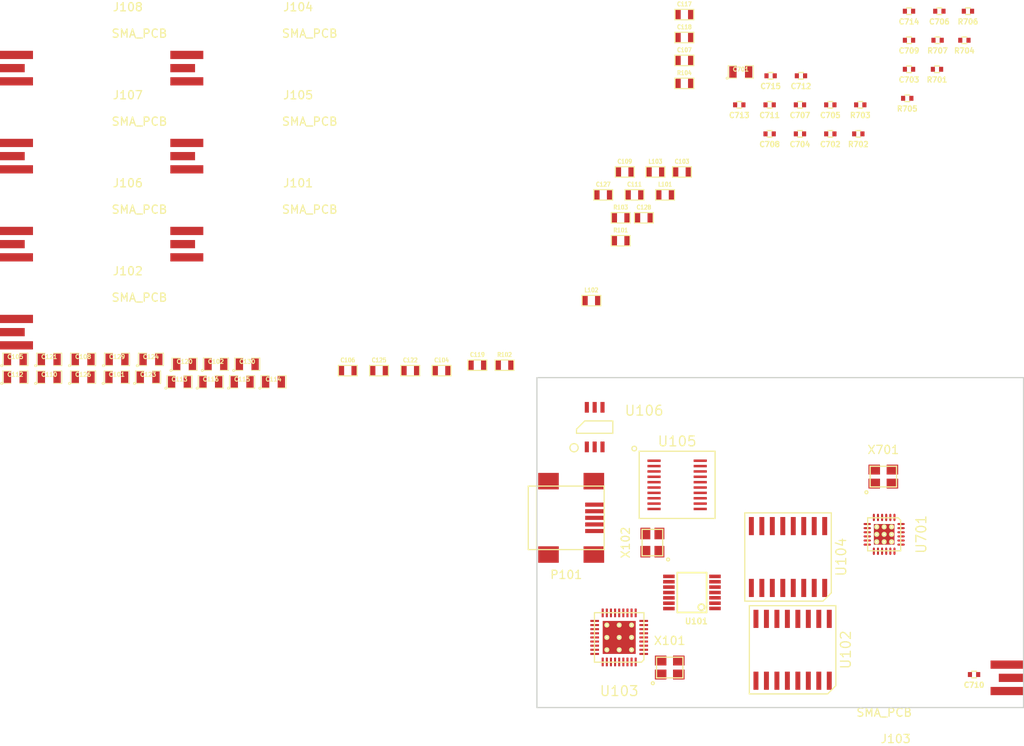
<source format=kicad_pcb>
(kicad_pcb (version 4) (host pcbnew 4.0.2-stable)

  (general
    (links 225)
    (no_connects 207)
    (area 73.64539 38.95 198.075001 125.075001)
    (thickness 1.6)
    (drawings 4)
    (tracks 0)
    (zones 0)
    (modules 78)
    (nets 90)
  )

  (page A4)
  (layers
    (0 F.Cu signal)
    (1 In1.Cu signal)
    (2 In2.Cu signal)
    (31 B.Cu signal)
    (32 B.Adhes user)
    (33 F.Adhes user)
    (34 B.Paste user)
    (35 F.Paste user)
    (36 B.SilkS user)
    (37 F.SilkS user)
    (38 B.Mask user)
    (39 F.Mask user)
    (40 Dwgs.User user)
    (41 Cmts.User user)
    (42 Eco1.User user)
    (43 Eco2.User user)
    (44 Edge.Cuts user)
    (45 Margin user)
    (46 B.CrtYd user)
    (47 F.CrtYd user)
    (48 B.Fab user)
    (49 F.Fab user)
  )

  (setup
    (last_trace_width 0.25)
    (trace_clearance 0.2)
    (zone_clearance 0.508)
    (zone_45_only no)
    (trace_min 0.2)
    (segment_width 0.2)
    (edge_width 0.15)
    (via_size 0.6)
    (via_drill 0.4)
    (via_min_size 0.4)
    (via_min_drill 0.3)
    (uvia_size 0.3)
    (uvia_drill 0.1)
    (uvias_allowed no)
    (uvia_min_size 0.2)
    (uvia_min_drill 0.1)
    (pcb_text_width 0.3)
    (pcb_text_size 1.5 1.5)
    (mod_edge_width 0.15)
    (mod_text_size 1 1)
    (mod_text_width 0.15)
    (pad_size 1.524 1.524)
    (pad_drill 0.762)
    (pad_to_mask_clearance 0)
    (aux_axis_origin 0 0)
    (visible_elements 7FFFFFFF)
    (pcbplotparams
      (layerselection 0x00030_80000001)
      (usegerberextensions false)
      (excludeedgelayer true)
      (linewidth 0.100000)
      (plotframeref false)
      (viasonmask false)
      (mode 1)
      (useauxorigin false)
      (hpglpennumber 1)
      (hpglpenspeed 20)
      (hpglpendiameter 15)
      (hpglpenoverlay 2)
      (psnegative false)
      (psa4output false)
      (plotreference true)
      (plotvalue true)
      (plotinvisibletext false)
      (padsonsilk false)
      (subtractmaskfromsilk false)
      (outputformat 1)
      (mirror false)
      (drillshape 1)
      (scaleselection 1)
      (outputdirectory ""))
  )

  (net 0 "")
  (net 1 GND)
  (net 2 +3V3)
  (net 3 "Net-(C103-Pad1)")
  (net 4 /DAC0)
  (net 5 /DAC1)
  (net 6 "Net-(C107-Pad1)")
  (net 7 /DAC2)
  (net 8 /DAC3)
  (net 9 +5V)
  (net 10 /PSU23)
  (net 11 /PSU01)
  (net 12 "Net-(C117-Pad1)")
  (net 13 "Net-(C118-Pad1)")
  (net 14 /VddO0)
  (net 15 /VddO1)
  (net 16 "Net-(C123-Pad1)")
  (net 17 /VddO2)
  (net 18 /VddO3)
  (net 19 "Net-(C128-Pad2)")
  (net 20 /SI5338/clk0_1_P)
  (net 21 /SI5338/CLK0_P)
  (net 22 /SI5338/clk0_1_N)
  (net 23 /SI5338/CLK0_N)
  (net 24 /SI5338/clk1_1_P)
  (net 25 /SI5338/CLK1_P)
  (net 26 /SI5338/clk1_1_N)
  (net 27 /SI5338/CLK1_N)
  (net 28 /SI5338/clk2_1_P)
  (net 29 /SI5338/CLK2_P)
  (net 30 /SI5338/clk2_1_N)
  (net 31 /SI5338/CLK2_N)
  (net 32 /SI5338/clk3_1_P)
  (net 33 /SI5338/CLK3_N)
  (net 34 /SI5338/clk3_1_N)
  (net 35 /SI5338/CLK3_P)
  (net 36 /SCL)
  (net 37 /SDA)
  (net 38 /5338_INT)
  (net 39 "Net-(U103-Pad4)")
  (net 40 "Net-(U103-Pad6)")
  (net 41 "Net-(U103-Pad7)")
  (net 42 "Net-(U103-Pad8)")
  (net 43 "Net-(U103-Pad9)")
  (net 44 "Net-(U103-Pad10)")
  (net 45 /CS_DAC)
  (net 46 /SCK_DAC)
  (net 47 "Net-(U103-Pad13)")
  (net 48 /MOSI_DAC)
  (net 49 /CLR_DAC)
  (net 50 "Net-(U103-Pad16)")
  (net 51 "Net-(U103-Pad17)")
  (net 52 "Net-(U103-Pad20)")
  (net 53 /US1_TX)
  (net 54 /US1_RX)
  (net 55 /US1_CTS)
  (net 56 /US1_RTS)
  (net 57 "Net-(U103-Pad25)")
  (net 58 "Net-(U103-Pad28)")
  (net 59 "Net-(U103-Pad29)")
  (net 60 "Net-(U103-Pad30)")
  (net 61 "Net-(U103-Pad31)")
  (net 62 "Net-(U103-Pad32)")
  (net 63 "Net-(U701-Pad1)")
  (net 64 "Net-(U701-Pad2)")
  (net 65 "Net-(U701-Pad5)")
  (net 66 /D_N)
  (net 67 /D_P)
  (net 68 "Net-(P101-Pad4)")
  (net 69 "Net-(U101-Pad1)")
  (net 70 "Net-(U101-Pad8)")
  (net 71 "Net-(U102-Pad3)")
  (net 72 "Net-(U102-Pad6)")
  (net 73 "Net-(U104-Pad3)")
  (net 74 "Net-(U104-Pad6)")
  (net 75 "Net-(U105-Pad20)")
  (net 76 "Net-(U105-Pad1)")
  (net 77 "Net-(U105-Pad2)")
  (net 78 "Net-(U105-Pad18)")
  (net 79 "Net-(U105-Pad17)")
  (net 80 "Net-(U105-Pad15)")
  (net 81 "Net-(U105-Pad14)")
  (net 82 "Net-(U105-Pad13)")
  (net 83 "Net-(U105-Pad12)")
  (net 84 "Net-(U102-Pad15)")
  (net 85 "Net-(U102-Pad14)")
  (net 86 "Net-(U102-Pad11)")
  (net 87 "Net-(U104-Pad15)")
  (net 88 "Net-(U104-Pad14)")
  (net 89 "Net-(U104-Pad11)")

  (net_class Default "Ceci est la Netclass par défaut"
    (clearance 0.2)
    (trace_width 0.25)
    (via_dia 0.6)
    (via_drill 0.4)
    (uvia_dia 0.3)
    (uvia_drill 0.1)
    (add_net +3V3)
    (add_net +5V)
    (add_net /5338_INT)
    (add_net /CLR_DAC)
    (add_net /CS_DAC)
    (add_net /DAC0)
    (add_net /DAC1)
    (add_net /DAC2)
    (add_net /DAC3)
    (add_net /D_N)
    (add_net /D_P)
    (add_net /MOSI_DAC)
    (add_net /PSU01)
    (add_net /PSU23)
    (add_net /SCK_DAC)
    (add_net /SCL)
    (add_net /SDA)
    (add_net /SI5338/CLK0_N)
    (add_net /SI5338/CLK0_P)
    (add_net /SI5338/CLK1_N)
    (add_net /SI5338/CLK1_P)
    (add_net /SI5338/CLK2_N)
    (add_net /SI5338/CLK2_P)
    (add_net /SI5338/CLK3_N)
    (add_net /SI5338/CLK3_P)
    (add_net /SI5338/clk0_1_N)
    (add_net /SI5338/clk0_1_P)
    (add_net /SI5338/clk1_1_N)
    (add_net /SI5338/clk1_1_P)
    (add_net /SI5338/clk2_1_N)
    (add_net /SI5338/clk2_1_P)
    (add_net /SI5338/clk3_1_N)
    (add_net /SI5338/clk3_1_P)
    (add_net /US1_CTS)
    (add_net /US1_RTS)
    (add_net /US1_RX)
    (add_net /US1_TX)
    (add_net /VddO0)
    (add_net /VddO1)
    (add_net /VddO2)
    (add_net /VddO3)
    (add_net GND)
    (add_net "Net-(C103-Pad1)")
    (add_net "Net-(C107-Pad1)")
    (add_net "Net-(C117-Pad1)")
    (add_net "Net-(C118-Pad1)")
    (add_net "Net-(C123-Pad1)")
    (add_net "Net-(C128-Pad2)")
    (add_net "Net-(P101-Pad4)")
    (add_net "Net-(U101-Pad1)")
    (add_net "Net-(U101-Pad8)")
    (add_net "Net-(U102-Pad11)")
    (add_net "Net-(U102-Pad14)")
    (add_net "Net-(U102-Pad15)")
    (add_net "Net-(U102-Pad3)")
    (add_net "Net-(U102-Pad6)")
    (add_net "Net-(U103-Pad10)")
    (add_net "Net-(U103-Pad13)")
    (add_net "Net-(U103-Pad16)")
    (add_net "Net-(U103-Pad17)")
    (add_net "Net-(U103-Pad20)")
    (add_net "Net-(U103-Pad25)")
    (add_net "Net-(U103-Pad28)")
    (add_net "Net-(U103-Pad29)")
    (add_net "Net-(U103-Pad30)")
    (add_net "Net-(U103-Pad31)")
    (add_net "Net-(U103-Pad32)")
    (add_net "Net-(U103-Pad4)")
    (add_net "Net-(U103-Pad6)")
    (add_net "Net-(U103-Pad7)")
    (add_net "Net-(U103-Pad8)")
    (add_net "Net-(U103-Pad9)")
    (add_net "Net-(U104-Pad11)")
    (add_net "Net-(U104-Pad14)")
    (add_net "Net-(U104-Pad15)")
    (add_net "Net-(U104-Pad3)")
    (add_net "Net-(U104-Pad6)")
    (add_net "Net-(U105-Pad1)")
    (add_net "Net-(U105-Pad12)")
    (add_net "Net-(U105-Pad13)")
    (add_net "Net-(U105-Pad14)")
    (add_net "Net-(U105-Pad15)")
    (add_net "Net-(U105-Pad17)")
    (add_net "Net-(U105-Pad18)")
    (add_net "Net-(U105-Pad2)")
    (add_net "Net-(U105-Pad20)")
    (add_net "Net-(U701-Pad1)")
    (add_net "Net-(U701-Pad2)")
    (add_net "Net-(U701-Pad5)")
  )

  (module SM0805 (layer F.Cu) (tedit 54EC8E63) (tstamp 58AE30BF)
    (at 88.057531 84.941531)
    (path /58B070D6)
    (attr smd)
    (fp_text reference C101 (at 0 -0.3175) (layer F.SilkS)
      (effects (font (size 0.50038 0.50038) (thickness 0.10922)))
    )
    (fp_text value 100n (at 0 0.381) (layer F.SilkS) hide
      (effects (font (size 0.50038 0.50038) (thickness 0.10922)))
    )
    (fp_circle (center -1.651 0.762) (end -1.651 0.635) (layer F.SilkS) (width 0.09906))
    (fp_line (start -0.508 0.762) (end -1.524 0.762) (layer F.SilkS) (width 0.09906))
    (fp_line (start -1.524 0.762) (end -1.524 -0.762) (layer F.SilkS) (width 0.09906))
    (fp_line (start -1.524 -0.762) (end -0.508 -0.762) (layer F.SilkS) (width 0.09906))
    (fp_line (start 0.508 -0.762) (end 1.524 -0.762) (layer F.SilkS) (width 0.09906))
    (fp_line (start 1.524 -0.762) (end 1.524 0.762) (layer F.SilkS) (width 0.09906))
    (fp_line (start 1.524 0.762) (end 0.508 0.762) (layer F.SilkS) (width 0.09906))
    (pad 1 smd rect (at -0.9525 0) (size 0.889 1.397) (layers F.Cu F.Paste F.Mask)
      (net 1 GND))
    (pad 2 smd rect (at 0.9525 0) (size 0.889 1.397) (layers F.Cu F.Paste F.Mask)
      (net 2 +3V3))
    (model smd/chip_cms.wrl
      (at (xyz 0 0 0))
      (scale (xyz 0.1 0.1 0.1))
      (rotate (xyz 0 0 0))
    )
  )

  (module SM0805 (layer F.Cu) (tedit 54EC8E63) (tstamp 58AE30C5)
    (at 100.077531 83.371531)
    (path /58B071DE)
    (attr smd)
    (fp_text reference C102 (at 0 -0.3175) (layer F.SilkS)
      (effects (font (size 0.50038 0.50038) (thickness 0.10922)))
    )
    (fp_text value 100n (at 0 0.381) (layer F.SilkS) hide
      (effects (font (size 0.50038 0.50038) (thickness 0.10922)))
    )
    (fp_circle (center -1.651 0.762) (end -1.651 0.635) (layer F.SilkS) (width 0.09906))
    (fp_line (start -0.508 0.762) (end -1.524 0.762) (layer F.SilkS) (width 0.09906))
    (fp_line (start -1.524 0.762) (end -1.524 -0.762) (layer F.SilkS) (width 0.09906))
    (fp_line (start -1.524 -0.762) (end -0.508 -0.762) (layer F.SilkS) (width 0.09906))
    (fp_line (start 0.508 -0.762) (end 1.524 -0.762) (layer F.SilkS) (width 0.09906))
    (fp_line (start 1.524 -0.762) (end 1.524 0.762) (layer F.SilkS) (width 0.09906))
    (fp_line (start 1.524 0.762) (end 0.508 0.762) (layer F.SilkS) (width 0.09906))
    (pad 1 smd rect (at -0.9525 0) (size 0.889 1.397) (layers F.Cu F.Paste F.Mask)
      (net 1 GND))
    (pad 2 smd rect (at 0.9525 0) (size 0.889 1.397) (layers F.Cu F.Paste F.Mask)
      (net 2 +3V3))
    (model smd/chip_cms.wrl
      (at (xyz 0 0 0))
      (scale (xyz 0.1 0.1 0.1))
      (rotate (xyz 0 0 0))
    )
  )

  (module SM0603 (layer F.Cu) (tedit 54EC8D93) (tstamp 58AE30CB)
    (at 156.586501 60.06275)
    (path /58B11C23)
    (attr smd)
    (fp_text reference C103 (at 0 -1.27) (layer F.SilkS)
      (effects (font (size 0.508 0.4572) (thickness 0.1143)))
    )
    (fp_text value 10p (at 0 0) (layer F.SilkS) hide
      (effects (font (size 0.508 0.4572) (thickness 0.1143)))
    )
    (fp_line (start -1.143 -0.635) (end 1.143 -0.635) (layer F.SilkS) (width 0.127))
    (fp_line (start 1.143 -0.635) (end 1.143 0.635) (layer F.SilkS) (width 0.127))
    (fp_line (start 1.143 0.635) (end -1.143 0.635) (layer F.SilkS) (width 0.127))
    (fp_line (start -1.143 0.635) (end -1.143 -0.635) (layer F.SilkS) (width 0.127))
    (pad 1 smd rect (at -0.762 0) (size 0.635 1.143) (layers F.Cu F.Paste F.Mask)
      (net 3 "Net-(C103-Pad1)"))
    (pad 2 smd rect (at 0.762 0) (size 0.635 1.143) (layers F.Cu F.Paste F.Mask)
      (net 1 GND))
    (model smd\resistors\R0603.wrl
      (at (xyz 0 0 0.001))
      (scale (xyz 0.5 0.5 0.5))
      (rotate (xyz 0 0 0))
    )
  )

  (module SM0603 (layer F.Cu) (tedit 54EC8D93) (tstamp 58AE30D1)
    (at 127.438172 84.15275)
    (path /58B1A00A)
    (attr smd)
    (fp_text reference C104 (at 0 -1.27) (layer F.SilkS)
      (effects (font (size 0.508 0.4572) (thickness 0.1143)))
    )
    (fp_text value CAP_0603 (at 0 0) (layer F.SilkS) hide
      (effects (font (size 0.508 0.4572) (thickness 0.1143)))
    )
    (fp_line (start -1.143 -0.635) (end 1.143 -0.635) (layer F.SilkS) (width 0.127))
    (fp_line (start 1.143 -0.635) (end 1.143 0.635) (layer F.SilkS) (width 0.127))
    (fp_line (start 1.143 0.635) (end -1.143 0.635) (layer F.SilkS) (width 0.127))
    (fp_line (start -1.143 0.635) (end -1.143 -0.635) (layer F.SilkS) (width 0.127))
    (pad 1 smd rect (at -0.762 0) (size 0.635 1.143) (layers F.Cu F.Paste F.Mask)
      (net 4 /DAC0))
    (pad 2 smd rect (at 0.762 0) (size 0.635 1.143) (layers F.Cu F.Paste F.Mask)
      (net 1 GND))
    (model smd\resistors\R0603.wrl
      (at (xyz 0 0 0.001))
      (scale (xyz 0.5 0.5 0.5))
      (rotate (xyz 0 0 0))
    )
  )

  (module SM0805 (layer F.Cu) (tedit 54EC8E63) (tstamp 58AE30D7)
    (at 75.758553 82.791531)
    (path /58B1B3FC)
    (attr smd)
    (fp_text reference C105 (at 0 -0.3175) (layer F.SilkS)
      (effects (font (size 0.50038 0.50038) (thickness 0.10922)))
    )
    (fp_text value CAP_0805 (at 0 0.381) (layer F.SilkS) hide
      (effects (font (size 0.50038 0.50038) (thickness 0.10922)))
    )
    (fp_circle (center -1.651 0.762) (end -1.651 0.635) (layer F.SilkS) (width 0.09906))
    (fp_line (start -0.508 0.762) (end -1.524 0.762) (layer F.SilkS) (width 0.09906))
    (fp_line (start -1.524 0.762) (end -1.524 -0.762) (layer F.SilkS) (width 0.09906))
    (fp_line (start -1.524 -0.762) (end -0.508 -0.762) (layer F.SilkS) (width 0.09906))
    (fp_line (start 0.508 -0.762) (end 1.524 -0.762) (layer F.SilkS) (width 0.09906))
    (fp_line (start 1.524 -0.762) (end 1.524 0.762) (layer F.SilkS) (width 0.09906))
    (fp_line (start 1.524 0.762) (end 0.508 0.762) (layer F.SilkS) (width 0.09906))
    (pad 1 smd rect (at -0.9525 0) (size 0.889 1.397) (layers F.Cu F.Paste F.Mask)
      (net 4 /DAC0))
    (pad 2 smd rect (at 0.9525 0) (size 0.889 1.397) (layers F.Cu F.Paste F.Mask)
      (net 1 GND))
    (model smd/chip_cms.wrl
      (at (xyz 0 0 0))
      (scale (xyz 0.1 0.1 0.1))
      (rotate (xyz 0 0 0))
    )
  )

  (module SM0603 (layer F.Cu) (tedit 54EC8D93) (tstamp 58AE30DD)
    (at 116.068172 84.15275)
    (path /58B1B00F)
    (attr smd)
    (fp_text reference C106 (at 0 -1.27) (layer F.SilkS)
      (effects (font (size 0.508 0.4572) (thickness 0.1143)))
    )
    (fp_text value CAP_0603 (at 0 0) (layer F.SilkS) hide
      (effects (font (size 0.508 0.4572) (thickness 0.1143)))
    )
    (fp_line (start -1.143 -0.635) (end 1.143 -0.635) (layer F.SilkS) (width 0.127))
    (fp_line (start 1.143 -0.635) (end 1.143 0.635) (layer F.SilkS) (width 0.127))
    (fp_line (start 1.143 0.635) (end -1.143 0.635) (layer F.SilkS) (width 0.127))
    (fp_line (start -1.143 0.635) (end -1.143 -0.635) (layer F.SilkS) (width 0.127))
    (pad 1 smd rect (at -0.762 0) (size 0.635 1.143) (layers F.Cu F.Paste F.Mask)
      (net 5 /DAC1))
    (pad 2 smd rect (at 0.762 0) (size 0.635 1.143) (layers F.Cu F.Paste F.Mask)
      (net 1 GND))
    (model smd\resistors\R0603.wrl
      (at (xyz 0 0 0.001))
      (scale (xyz 0.5 0.5 0.5))
      (rotate (xyz 0 0 0))
    )
  )

  (module SM0603 (layer F.Cu) (tedit 54EC8D93) (tstamp 58AE30E3)
    (at 156.876501 46.54275)
    (path /58B125A0)
    (attr smd)
    (fp_text reference C107 (at 0 -1.27) (layer F.SilkS)
      (effects (font (size 0.508 0.4572) (thickness 0.1143)))
    )
    (fp_text value 10p (at 0 0) (layer F.SilkS) hide
      (effects (font (size 0.508 0.4572) (thickness 0.1143)))
    )
    (fp_line (start -1.143 -0.635) (end 1.143 -0.635) (layer F.SilkS) (width 0.127))
    (fp_line (start 1.143 -0.635) (end 1.143 0.635) (layer F.SilkS) (width 0.127))
    (fp_line (start 1.143 0.635) (end -1.143 0.635) (layer F.SilkS) (width 0.127))
    (fp_line (start -1.143 0.635) (end -1.143 -0.635) (layer F.SilkS) (width 0.127))
    (pad 1 smd rect (at -0.762 0) (size 0.635 1.143) (layers F.Cu F.Paste F.Mask)
      (net 6 "Net-(C107-Pad1)"))
    (pad 2 smd rect (at 0.762 0) (size 0.635 1.143) (layers F.Cu F.Paste F.Mask)
      (net 1 GND))
    (model smd\resistors\R0603.wrl
      (at (xyz 0 0 0.001))
      (scale (xyz 0.5 0.5 0.5))
      (rotate (xyz 0 0 0))
    )
  )

  (module SM0805 (layer F.Cu) (tedit 54EC8E63) (tstamp 58AE30E9)
    (at 83.978553 82.791531)
    (path /58B1B485)
    (attr smd)
    (fp_text reference C108 (at 0 -0.3175) (layer F.SilkS)
      (effects (font (size 0.50038 0.50038) (thickness 0.10922)))
    )
    (fp_text value CAP_0805 (at 0 0.381) (layer F.SilkS) hide
      (effects (font (size 0.50038 0.50038) (thickness 0.10922)))
    )
    (fp_circle (center -1.651 0.762) (end -1.651 0.635) (layer F.SilkS) (width 0.09906))
    (fp_line (start -0.508 0.762) (end -1.524 0.762) (layer F.SilkS) (width 0.09906))
    (fp_line (start -1.524 0.762) (end -1.524 -0.762) (layer F.SilkS) (width 0.09906))
    (fp_line (start -1.524 -0.762) (end -0.508 -0.762) (layer F.SilkS) (width 0.09906))
    (fp_line (start 0.508 -0.762) (end 1.524 -0.762) (layer F.SilkS) (width 0.09906))
    (fp_line (start 1.524 -0.762) (end 1.524 0.762) (layer F.SilkS) (width 0.09906))
    (fp_line (start 1.524 0.762) (end 0.508 0.762) (layer F.SilkS) (width 0.09906))
    (pad 1 smd rect (at -0.9525 0) (size 0.889 1.397) (layers F.Cu F.Paste F.Mask)
      (net 5 /DAC1))
    (pad 2 smd rect (at 0.9525 0) (size 0.889 1.397) (layers F.Cu F.Paste F.Mask)
      (net 1 GND))
    (model smd/chip_cms.wrl
      (at (xyz 0 0 0))
      (scale (xyz 0.1 0.1 0.1))
      (rotate (xyz 0 0 0))
    )
  )

  (module SM0603 (layer F.Cu) (tedit 54EC8D93) (tstamp 58AE30EF)
    (at 149.648172 60.06275)
    (path /58B1B1E7)
    (attr smd)
    (fp_text reference C109 (at 0 -1.27) (layer F.SilkS)
      (effects (font (size 0.508 0.4572) (thickness 0.1143)))
    )
    (fp_text value CAP_0603 (at 0 0) (layer F.SilkS) hide
      (effects (font (size 0.508 0.4572) (thickness 0.1143)))
    )
    (fp_line (start -1.143 -0.635) (end 1.143 -0.635) (layer F.SilkS) (width 0.127))
    (fp_line (start 1.143 -0.635) (end 1.143 0.635) (layer F.SilkS) (width 0.127))
    (fp_line (start 1.143 0.635) (end -1.143 0.635) (layer F.SilkS) (width 0.127))
    (fp_line (start -1.143 0.635) (end -1.143 -0.635) (layer F.SilkS) (width 0.127))
    (pad 1 smd rect (at -0.762 0) (size 0.635 1.143) (layers F.Cu F.Paste F.Mask)
      (net 7 /DAC2))
    (pad 2 smd rect (at 0.762 0) (size 0.635 1.143) (layers F.Cu F.Paste F.Mask)
      (net 1 GND))
    (model smd\resistors\R0603.wrl
      (at (xyz 0 0 0.001))
      (scale (xyz 0.5 0.5 0.5))
      (rotate (xyz 0 0 0))
    )
  )

  (module SM0805 (layer F.Cu) (tedit 54EC8E63) (tstamp 58AE30F5)
    (at 79.868553 84.941531)
    (path /58B1B59A)
    (attr smd)
    (fp_text reference C110 (at 0 -0.3175) (layer F.SilkS)
      (effects (font (size 0.50038 0.50038) (thickness 0.10922)))
    )
    (fp_text value CAP_0805 (at 0 0.381) (layer F.SilkS) hide
      (effects (font (size 0.50038 0.50038) (thickness 0.10922)))
    )
    (fp_circle (center -1.651 0.762) (end -1.651 0.635) (layer F.SilkS) (width 0.09906))
    (fp_line (start -0.508 0.762) (end -1.524 0.762) (layer F.SilkS) (width 0.09906))
    (fp_line (start -1.524 0.762) (end -1.524 -0.762) (layer F.SilkS) (width 0.09906))
    (fp_line (start -1.524 -0.762) (end -0.508 -0.762) (layer F.SilkS) (width 0.09906))
    (fp_line (start 0.508 -0.762) (end 1.524 -0.762) (layer F.SilkS) (width 0.09906))
    (fp_line (start 1.524 -0.762) (end 1.524 0.762) (layer F.SilkS) (width 0.09906))
    (fp_line (start 1.524 0.762) (end 0.508 0.762) (layer F.SilkS) (width 0.09906))
    (pad 1 smd rect (at -0.9525 0) (size 0.889 1.397) (layers F.Cu F.Paste F.Mask)
      (net 7 /DAC2))
    (pad 2 smd rect (at 0.9525 0) (size 0.889 1.397) (layers F.Cu F.Paste F.Mask)
      (net 1 GND))
    (model smd/chip_cms.wrl
      (at (xyz 0 0 0))
      (scale (xyz 0.1 0.1 0.1))
      (rotate (xyz 0 0 0))
    )
  )

  (module SM0603 (layer F.Cu) (tedit 54EC8D93) (tstamp 58AE30FB)
    (at 150.828172 62.84275)
    (path /58B1B26D)
    (attr smd)
    (fp_text reference C111 (at 0 -1.27) (layer F.SilkS)
      (effects (font (size 0.508 0.4572) (thickness 0.1143)))
    )
    (fp_text value CAP_0603 (at 0 0) (layer F.SilkS) hide
      (effects (font (size 0.508 0.4572) (thickness 0.1143)))
    )
    (fp_line (start -1.143 -0.635) (end 1.143 -0.635) (layer F.SilkS) (width 0.127))
    (fp_line (start 1.143 -0.635) (end 1.143 0.635) (layer F.SilkS) (width 0.127))
    (fp_line (start 1.143 0.635) (end -1.143 0.635) (layer F.SilkS) (width 0.127))
    (fp_line (start -1.143 0.635) (end -1.143 -0.635) (layer F.SilkS) (width 0.127))
    (pad 1 smd rect (at -0.762 0) (size 0.635 1.143) (layers F.Cu F.Paste F.Mask)
      (net 8 /DAC3))
    (pad 2 smd rect (at 0.762 0) (size 0.635 1.143) (layers F.Cu F.Paste F.Mask)
      (net 1 GND))
    (model smd\resistors\R0603.wrl
      (at (xyz 0 0 0.001))
      (scale (xyz 0.5 0.5 0.5))
      (rotate (xyz 0 0 0))
    )
  )

  (module SM0805 (layer F.Cu) (tedit 54EC8E63) (tstamp 58AE3101)
    (at 75.758553 84.941531)
    (path /58B1B6B9)
    (attr smd)
    (fp_text reference C112 (at 0 -0.3175) (layer F.SilkS)
      (effects (font (size 0.50038 0.50038) (thickness 0.10922)))
    )
    (fp_text value CAP_0805 (at 0 0.381) (layer F.SilkS) hide
      (effects (font (size 0.50038 0.50038) (thickness 0.10922)))
    )
    (fp_circle (center -1.651 0.762) (end -1.651 0.635) (layer F.SilkS) (width 0.09906))
    (fp_line (start -0.508 0.762) (end -1.524 0.762) (layer F.SilkS) (width 0.09906))
    (fp_line (start -1.524 0.762) (end -1.524 -0.762) (layer F.SilkS) (width 0.09906))
    (fp_line (start -1.524 -0.762) (end -0.508 -0.762) (layer F.SilkS) (width 0.09906))
    (fp_line (start 0.508 -0.762) (end 1.524 -0.762) (layer F.SilkS) (width 0.09906))
    (fp_line (start 1.524 -0.762) (end 1.524 0.762) (layer F.SilkS) (width 0.09906))
    (fp_line (start 1.524 0.762) (end 0.508 0.762) (layer F.SilkS) (width 0.09906))
    (pad 1 smd rect (at -0.9525 0) (size 0.889 1.397) (layers F.Cu F.Paste F.Mask)
      (net 8 /DAC3))
    (pad 2 smd rect (at 0.9525 0) (size 0.889 1.397) (layers F.Cu F.Paste F.Mask)
      (net 1 GND))
    (model smd/chip_cms.wrl
      (at (xyz 0 0 0))
      (scale (xyz 0.1 0.1 0.1))
      (rotate (xyz 0 0 0))
    )
  )

  (module SM0805 (layer F.Cu) (tedit 54EC8E63) (tstamp 58AE3107)
    (at 95.657531 85.521531)
    (path /58B0A1F2)
    (attr smd)
    (fp_text reference C113 (at 0 -0.3175) (layer F.SilkS)
      (effects (font (size 0.50038 0.50038) (thickness 0.10922)))
    )
    (fp_text value 1u (at 0 0.381) (layer F.SilkS) hide
      (effects (font (size 0.50038 0.50038) (thickness 0.10922)))
    )
    (fp_circle (center -1.651 0.762) (end -1.651 0.635) (layer F.SilkS) (width 0.09906))
    (fp_line (start -0.508 0.762) (end -1.524 0.762) (layer F.SilkS) (width 0.09906))
    (fp_line (start -1.524 0.762) (end -1.524 -0.762) (layer F.SilkS) (width 0.09906))
    (fp_line (start -1.524 -0.762) (end -0.508 -0.762) (layer F.SilkS) (width 0.09906))
    (fp_line (start 0.508 -0.762) (end 1.524 -0.762) (layer F.SilkS) (width 0.09906))
    (fp_line (start 1.524 -0.762) (end 1.524 0.762) (layer F.SilkS) (width 0.09906))
    (fp_line (start 1.524 0.762) (end 0.508 0.762) (layer F.SilkS) (width 0.09906))
    (pad 1 smd rect (at -0.9525 0) (size 0.889 1.397) (layers F.Cu F.Paste F.Mask)
      (net 9 +5V))
    (pad 2 smd rect (at 0.9525 0) (size 0.889 1.397) (layers F.Cu F.Paste F.Mask)
      (net 1 GND))
    (model smd/chip_cms.wrl
      (at (xyz 0 0 0))
      (scale (xyz 0.1 0.1 0.1))
      (rotate (xyz 0 0 0))
    )
  )

  (module SM0805 (layer F.Cu) (tedit 54EC8E63) (tstamp 58AE310D)
    (at 107.057531 85.521531)
    (path /58B0D17B)
    (attr smd)
    (fp_text reference C114 (at 0 -0.3175) (layer F.SilkS)
      (effects (font (size 0.50038 0.50038) (thickness 0.10922)))
    )
    (fp_text value 1u (at 0 0.381) (layer F.SilkS) hide
      (effects (font (size 0.50038 0.50038) (thickness 0.10922)))
    )
    (fp_circle (center -1.651 0.762) (end -1.651 0.635) (layer F.SilkS) (width 0.09906))
    (fp_line (start -0.508 0.762) (end -1.524 0.762) (layer F.SilkS) (width 0.09906))
    (fp_line (start -1.524 0.762) (end -1.524 -0.762) (layer F.SilkS) (width 0.09906))
    (fp_line (start -1.524 -0.762) (end -0.508 -0.762) (layer F.SilkS) (width 0.09906))
    (fp_line (start 0.508 -0.762) (end 1.524 -0.762) (layer F.SilkS) (width 0.09906))
    (fp_line (start 1.524 -0.762) (end 1.524 0.762) (layer F.SilkS) (width 0.09906))
    (fp_line (start 1.524 0.762) (end 0.508 0.762) (layer F.SilkS) (width 0.09906))
    (pad 1 smd rect (at -0.9525 0) (size 0.889 1.397) (layers F.Cu F.Paste F.Mask)
      (net 9 +5V))
    (pad 2 smd rect (at 0.9525 0) (size 0.889 1.397) (layers F.Cu F.Paste F.Mask)
      (net 1 GND))
    (model smd/chip_cms.wrl
      (at (xyz 0 0 0))
      (scale (xyz 0.1 0.1 0.1))
      (rotate (xyz 0 0 0))
    )
  )

  (module SM0805 (layer F.Cu) (tedit 54EC8E63) (tstamp 58AE3113)
    (at 103.257531 85.521531)
    (path /58B0A1DC)
    (attr smd)
    (fp_text reference C115 (at 0 -0.3175) (layer F.SilkS)
      (effects (font (size 0.50038 0.50038) (thickness 0.10922)))
    )
    (fp_text value 1u (at 0 0.381) (layer F.SilkS) hide
      (effects (font (size 0.50038 0.50038) (thickness 0.10922)))
    )
    (fp_circle (center -1.651 0.762) (end -1.651 0.635) (layer F.SilkS) (width 0.09906))
    (fp_line (start -0.508 0.762) (end -1.524 0.762) (layer F.SilkS) (width 0.09906))
    (fp_line (start -1.524 0.762) (end -1.524 -0.762) (layer F.SilkS) (width 0.09906))
    (fp_line (start -1.524 -0.762) (end -0.508 -0.762) (layer F.SilkS) (width 0.09906))
    (fp_line (start 0.508 -0.762) (end 1.524 -0.762) (layer F.SilkS) (width 0.09906))
    (fp_line (start 1.524 -0.762) (end 1.524 0.762) (layer F.SilkS) (width 0.09906))
    (fp_line (start 1.524 0.762) (end 0.508 0.762) (layer F.SilkS) (width 0.09906))
    (pad 1 smd rect (at -0.9525 0) (size 0.889 1.397) (layers F.Cu F.Paste F.Mask)
      (net 10 /PSU23))
    (pad 2 smd rect (at 0.9525 0) (size 0.889 1.397) (layers F.Cu F.Paste F.Mask)
      (net 1 GND))
    (model smd/chip_cms.wrl
      (at (xyz 0 0 0))
      (scale (xyz 0.1 0.1 0.1))
      (rotate (xyz 0 0 0))
    )
  )

  (module SM0805 (layer F.Cu) (tedit 54EC8E63) (tstamp 58AE3119)
    (at 99.457531 85.521531)
    (path /58B0D168)
    (attr smd)
    (fp_text reference C116 (at 0 -0.3175) (layer F.SilkS)
      (effects (font (size 0.50038 0.50038) (thickness 0.10922)))
    )
    (fp_text value 1u (at 0 0.381) (layer F.SilkS) hide
      (effects (font (size 0.50038 0.50038) (thickness 0.10922)))
    )
    (fp_circle (center -1.651 0.762) (end -1.651 0.635) (layer F.SilkS) (width 0.09906))
    (fp_line (start -0.508 0.762) (end -1.524 0.762) (layer F.SilkS) (width 0.09906))
    (fp_line (start -1.524 0.762) (end -1.524 -0.762) (layer F.SilkS) (width 0.09906))
    (fp_line (start -1.524 -0.762) (end -0.508 -0.762) (layer F.SilkS) (width 0.09906))
    (fp_line (start 0.508 -0.762) (end 1.524 -0.762) (layer F.SilkS) (width 0.09906))
    (fp_line (start 1.524 -0.762) (end 1.524 0.762) (layer F.SilkS) (width 0.09906))
    (fp_line (start 1.524 0.762) (end 0.508 0.762) (layer F.SilkS) (width 0.09906))
    (pad 1 smd rect (at -0.9525 0) (size 0.889 1.397) (layers F.Cu F.Paste F.Mask)
      (net 11 /PSU01))
    (pad 2 smd rect (at 0.9525 0) (size 0.889 1.397) (layers F.Cu F.Paste F.Mask)
      (net 1 GND))
    (model smd/chip_cms.wrl
      (at (xyz 0 0 0))
      (scale (xyz 0.1 0.1 0.1))
      (rotate (xyz 0 0 0))
    )
  )

  (module SM0603 (layer F.Cu) (tedit 54EC8D93) (tstamp 58AE311F)
    (at 156.876501 40.98275)
    (path /58AF5571)
    (attr smd)
    (fp_text reference C117 (at 0 -1.27) (layer F.SilkS)
      (effects (font (size 0.508 0.4572) (thickness 0.1143)))
    )
    (fp_text value 10p (at 0 0) (layer F.SilkS) hide
      (effects (font (size 0.508 0.4572) (thickness 0.1143)))
    )
    (fp_line (start -1.143 -0.635) (end 1.143 -0.635) (layer F.SilkS) (width 0.127))
    (fp_line (start 1.143 -0.635) (end 1.143 0.635) (layer F.SilkS) (width 0.127))
    (fp_line (start 1.143 0.635) (end -1.143 0.635) (layer F.SilkS) (width 0.127))
    (fp_line (start -1.143 0.635) (end -1.143 -0.635) (layer F.SilkS) (width 0.127))
    (pad 1 smd rect (at -0.762 0) (size 0.635 1.143) (layers F.Cu F.Paste F.Mask)
      (net 12 "Net-(C117-Pad1)"))
    (pad 2 smd rect (at 0.762 0) (size 0.635 1.143) (layers F.Cu F.Paste F.Mask)
      (net 1 GND))
    (model smd\resistors\R0603.wrl
      (at (xyz 0 0 0.001))
      (scale (xyz 0.5 0.5 0.5))
      (rotate (xyz 0 0 0))
    )
  )

  (module SM0603 (layer F.Cu) (tedit 54EC8D93) (tstamp 58AE3125)
    (at 156.876501 43.76275)
    (path /58AF5630)
    (attr smd)
    (fp_text reference C118 (at 0 -1.27) (layer F.SilkS)
      (effects (font (size 0.508 0.4572) (thickness 0.1143)))
    )
    (fp_text value 10p (at 0 0) (layer F.SilkS) hide
      (effects (font (size 0.508 0.4572) (thickness 0.1143)))
    )
    (fp_line (start -1.143 -0.635) (end 1.143 -0.635) (layer F.SilkS) (width 0.127))
    (fp_line (start 1.143 -0.635) (end 1.143 0.635) (layer F.SilkS) (width 0.127))
    (fp_line (start 1.143 0.635) (end -1.143 0.635) (layer F.SilkS) (width 0.127))
    (fp_line (start -1.143 0.635) (end -1.143 -0.635) (layer F.SilkS) (width 0.127))
    (pad 1 smd rect (at -0.762 0) (size 0.635 1.143) (layers F.Cu F.Paste F.Mask)
      (net 13 "Net-(C118-Pad1)"))
    (pad 2 smd rect (at 0.762 0) (size 0.635 1.143) (layers F.Cu F.Paste F.Mask)
      (net 1 GND))
    (model smd\resistors\R0603.wrl
      (at (xyz 0 0 0.001))
      (scale (xyz 0.5 0.5 0.5))
      (rotate (xyz 0 0 0))
    )
  )

  (module SM0603 (layer F.Cu) (tedit 54EC8D93) (tstamp 58AE312B)
    (at 131.778172 83.49275)
    (path /58B18490)
    (attr smd)
    (fp_text reference C119 (at 0 -1.27) (layer F.SilkS)
      (effects (font (size 0.508 0.4572) (thickness 0.1143)))
    )
    (fp_text value CAP_0603 (at 0 0) (layer F.SilkS) hide
      (effects (font (size 0.508 0.4572) (thickness 0.1143)))
    )
    (fp_line (start -1.143 -0.635) (end 1.143 -0.635) (layer F.SilkS) (width 0.127))
    (fp_line (start 1.143 -0.635) (end 1.143 0.635) (layer F.SilkS) (width 0.127))
    (fp_line (start 1.143 0.635) (end -1.143 0.635) (layer F.SilkS) (width 0.127))
    (fp_line (start -1.143 0.635) (end -1.143 -0.635) (layer F.SilkS) (width 0.127))
    (pad 1 smd rect (at -0.762 0) (size 0.635 1.143) (layers F.Cu F.Paste F.Mask)
      (net 14 /VddO0))
    (pad 2 smd rect (at 0.762 0) (size 0.635 1.143) (layers F.Cu F.Paste F.Mask)
      (net 1 GND))
    (model smd\resistors\R0603.wrl
      (at (xyz 0 0 0.001))
      (scale (xyz 0.5 0.5 0.5))
      (rotate (xyz 0 0 0))
    )
  )

  (module SM0805 (layer F.Cu) (tedit 54EC8E63) (tstamp 58AE3131)
    (at 96.277531 83.371531)
    (path /58AFE17F)
    (attr smd)
    (fp_text reference C120 (at 0 -0.3175) (layer F.SilkS)
      (effects (font (size 0.50038 0.50038) (thickness 0.10922)))
    )
    (fp_text value 1u (at 0 0.381) (layer F.SilkS) hide
      (effects (font (size 0.50038 0.50038) (thickness 0.10922)))
    )
    (fp_circle (center -1.651 0.762) (end -1.651 0.635) (layer F.SilkS) (width 0.09906))
    (fp_line (start -0.508 0.762) (end -1.524 0.762) (layer F.SilkS) (width 0.09906))
    (fp_line (start -1.524 0.762) (end -1.524 -0.762) (layer F.SilkS) (width 0.09906))
    (fp_line (start -1.524 -0.762) (end -0.508 -0.762) (layer F.SilkS) (width 0.09906))
    (fp_line (start 0.508 -0.762) (end 1.524 -0.762) (layer F.SilkS) (width 0.09906))
    (fp_line (start 1.524 -0.762) (end 1.524 0.762) (layer F.SilkS) (width 0.09906))
    (fp_line (start 1.524 0.762) (end 0.508 0.762) (layer F.SilkS) (width 0.09906))
    (pad 1 smd rect (at -0.9525 0) (size 0.889 1.397) (layers F.Cu F.Paste F.Mask)
      (net 9 +5V))
    (pad 2 smd rect (at 0.9525 0) (size 0.889 1.397) (layers F.Cu F.Paste F.Mask)
      (net 1 GND))
    (model smd/chip_cms.wrl
      (at (xyz 0 0 0))
      (scale (xyz 0.1 0.1 0.1))
      (rotate (xyz 0 0 0))
    )
  )

  (module SM0805 (layer F.Cu) (tedit 54EC8E63) (tstamp 58AE3137)
    (at 79.868553 82.791531)
    (path /58B184A8)
    (attr smd)
    (fp_text reference C121 (at 0 -0.3175) (layer F.SilkS)
      (effects (font (size 0.50038 0.50038) (thickness 0.10922)))
    )
    (fp_text value CAP_0805 (at 0 0.381) (layer F.SilkS) hide
      (effects (font (size 0.50038 0.50038) (thickness 0.10922)))
    )
    (fp_circle (center -1.651 0.762) (end -1.651 0.635) (layer F.SilkS) (width 0.09906))
    (fp_line (start -0.508 0.762) (end -1.524 0.762) (layer F.SilkS) (width 0.09906))
    (fp_line (start -1.524 0.762) (end -1.524 -0.762) (layer F.SilkS) (width 0.09906))
    (fp_line (start -1.524 -0.762) (end -0.508 -0.762) (layer F.SilkS) (width 0.09906))
    (fp_line (start 0.508 -0.762) (end 1.524 -0.762) (layer F.SilkS) (width 0.09906))
    (fp_line (start 1.524 -0.762) (end 1.524 0.762) (layer F.SilkS) (width 0.09906))
    (fp_line (start 1.524 0.762) (end 0.508 0.762) (layer F.SilkS) (width 0.09906))
    (pad 1 smd rect (at -0.9525 0) (size 0.889 1.397) (layers F.Cu F.Paste F.Mask)
      (net 14 /VddO0))
    (pad 2 smd rect (at 0.9525 0) (size 0.889 1.397) (layers F.Cu F.Paste F.Mask)
      (net 1 GND))
    (model smd/chip_cms.wrl
      (at (xyz 0 0 0))
      (scale (xyz 0.1 0.1 0.1))
      (rotate (xyz 0 0 0))
    )
  )

  (module SM0603 (layer F.Cu) (tedit 54EC8D93) (tstamp 58AE313D)
    (at 123.648172 84.15275)
    (path /58B18496)
    (attr smd)
    (fp_text reference C122 (at 0 -1.27) (layer F.SilkS)
      (effects (font (size 0.508 0.4572) (thickness 0.1143)))
    )
    (fp_text value CAP_0603 (at 0 0) (layer F.SilkS) hide
      (effects (font (size 0.508 0.4572) (thickness 0.1143)))
    )
    (fp_line (start -1.143 -0.635) (end 1.143 -0.635) (layer F.SilkS) (width 0.127))
    (fp_line (start 1.143 -0.635) (end 1.143 0.635) (layer F.SilkS) (width 0.127))
    (fp_line (start 1.143 0.635) (end -1.143 0.635) (layer F.SilkS) (width 0.127))
    (fp_line (start -1.143 0.635) (end -1.143 -0.635) (layer F.SilkS) (width 0.127))
    (pad 1 smd rect (at -0.762 0) (size 0.635 1.143) (layers F.Cu F.Paste F.Mask)
      (net 15 /VddO1))
    (pad 2 smd rect (at 0.762 0) (size 0.635 1.143) (layers F.Cu F.Paste F.Mask)
      (net 1 GND))
    (model smd\resistors\R0603.wrl
      (at (xyz 0 0 0.001))
      (scale (xyz 0.5 0.5 0.5))
      (rotate (xyz 0 0 0))
    )
  )

  (module SM0805 (layer F.Cu) (tedit 54EC8E63) (tstamp 58AE3143)
    (at 91.857531 84.941531)
    (path /58AFD137)
    (attr smd)
    (fp_text reference C123 (at 0 -0.3175) (layer F.SilkS)
      (effects (font (size 0.50038 0.50038) (thickness 0.10922)))
    )
    (fp_text value 1u (at 0 0.381) (layer F.SilkS) hide
      (effects (font (size 0.50038 0.50038) (thickness 0.10922)))
    )
    (fp_circle (center -1.651 0.762) (end -1.651 0.635) (layer F.SilkS) (width 0.09906))
    (fp_line (start -0.508 0.762) (end -1.524 0.762) (layer F.SilkS) (width 0.09906))
    (fp_line (start -1.524 0.762) (end -1.524 -0.762) (layer F.SilkS) (width 0.09906))
    (fp_line (start -1.524 -0.762) (end -0.508 -0.762) (layer F.SilkS) (width 0.09906))
    (fp_line (start 0.508 -0.762) (end 1.524 -0.762) (layer F.SilkS) (width 0.09906))
    (fp_line (start 1.524 -0.762) (end 1.524 0.762) (layer F.SilkS) (width 0.09906))
    (fp_line (start 1.524 0.762) (end 0.508 0.762) (layer F.SilkS) (width 0.09906))
    (pad 1 smd rect (at -0.9525 0) (size 0.889 1.397) (layers F.Cu F.Paste F.Mask)
      (net 16 "Net-(C123-Pad1)"))
    (pad 2 smd rect (at 0.9525 0) (size 0.889 1.397) (layers F.Cu F.Paste F.Mask)
      (net 1 GND))
    (model smd/chip_cms.wrl
      (at (xyz 0 0 0))
      (scale (xyz 0.1 0.1 0.1))
      (rotate (xyz 0 0 0))
    )
  )

  (module SM0805 (layer F.Cu) (tedit 54EC8E63) (tstamp 58AE3149)
    (at 92.198553 82.791531)
    (path /58B184AE)
    (attr smd)
    (fp_text reference C124 (at 0 -0.3175) (layer F.SilkS)
      (effects (font (size 0.50038 0.50038) (thickness 0.10922)))
    )
    (fp_text value CAP_0805 (at 0 0.381) (layer F.SilkS) hide
      (effects (font (size 0.50038 0.50038) (thickness 0.10922)))
    )
    (fp_circle (center -1.651 0.762) (end -1.651 0.635) (layer F.SilkS) (width 0.09906))
    (fp_line (start -0.508 0.762) (end -1.524 0.762) (layer F.SilkS) (width 0.09906))
    (fp_line (start -1.524 0.762) (end -1.524 -0.762) (layer F.SilkS) (width 0.09906))
    (fp_line (start -1.524 -0.762) (end -0.508 -0.762) (layer F.SilkS) (width 0.09906))
    (fp_line (start 0.508 -0.762) (end 1.524 -0.762) (layer F.SilkS) (width 0.09906))
    (fp_line (start 1.524 -0.762) (end 1.524 0.762) (layer F.SilkS) (width 0.09906))
    (fp_line (start 1.524 0.762) (end 0.508 0.762) (layer F.SilkS) (width 0.09906))
    (pad 1 smd rect (at -0.9525 0) (size 0.889 1.397) (layers F.Cu F.Paste F.Mask)
      (net 15 /VddO1))
    (pad 2 smd rect (at 0.9525 0) (size 0.889 1.397) (layers F.Cu F.Paste F.Mask)
      (net 1 GND))
    (model smd/chip_cms.wrl
      (at (xyz 0 0 0))
      (scale (xyz 0.1 0.1 0.1))
      (rotate (xyz 0 0 0))
    )
  )

  (module SM0603 (layer F.Cu) (tedit 54EC8D93) (tstamp 58AE314F)
    (at 119.858172 84.15275)
    (path /58B1849C)
    (attr smd)
    (fp_text reference C125 (at 0 -1.27) (layer F.SilkS)
      (effects (font (size 0.508 0.4572) (thickness 0.1143)))
    )
    (fp_text value CAP_0603 (at 0 0) (layer F.SilkS) hide
      (effects (font (size 0.508 0.4572) (thickness 0.1143)))
    )
    (fp_line (start -1.143 -0.635) (end 1.143 -0.635) (layer F.SilkS) (width 0.127))
    (fp_line (start 1.143 -0.635) (end 1.143 0.635) (layer F.SilkS) (width 0.127))
    (fp_line (start 1.143 0.635) (end -1.143 0.635) (layer F.SilkS) (width 0.127))
    (fp_line (start -1.143 0.635) (end -1.143 -0.635) (layer F.SilkS) (width 0.127))
    (pad 1 smd rect (at -0.762 0) (size 0.635 1.143) (layers F.Cu F.Paste F.Mask)
      (net 17 /VddO2))
    (pad 2 smd rect (at 0.762 0) (size 0.635 1.143) (layers F.Cu F.Paste F.Mask)
      (net 1 GND))
    (model smd\resistors\R0603.wrl
      (at (xyz 0 0 0.001))
      (scale (xyz 0.5 0.5 0.5))
      (rotate (xyz 0 0 0))
    )
  )

  (module SM0805 (layer F.Cu) (tedit 54EC8E63) (tstamp 58AE3155)
    (at 83.978553 84.941531)
    (path /58B184B4)
    (attr smd)
    (fp_text reference C126 (at 0 -0.3175) (layer F.SilkS)
      (effects (font (size 0.50038 0.50038) (thickness 0.10922)))
    )
    (fp_text value CAP_0805 (at 0 0.381) (layer F.SilkS) hide
      (effects (font (size 0.50038 0.50038) (thickness 0.10922)))
    )
    (fp_circle (center -1.651 0.762) (end -1.651 0.635) (layer F.SilkS) (width 0.09906))
    (fp_line (start -0.508 0.762) (end -1.524 0.762) (layer F.SilkS) (width 0.09906))
    (fp_line (start -1.524 0.762) (end -1.524 -0.762) (layer F.SilkS) (width 0.09906))
    (fp_line (start -1.524 -0.762) (end -0.508 -0.762) (layer F.SilkS) (width 0.09906))
    (fp_line (start 0.508 -0.762) (end 1.524 -0.762) (layer F.SilkS) (width 0.09906))
    (fp_line (start 1.524 -0.762) (end 1.524 0.762) (layer F.SilkS) (width 0.09906))
    (fp_line (start 1.524 0.762) (end 0.508 0.762) (layer F.SilkS) (width 0.09906))
    (pad 1 smd rect (at -0.9525 0) (size 0.889 1.397) (layers F.Cu F.Paste F.Mask)
      (net 17 /VddO2))
    (pad 2 smd rect (at 0.9525 0) (size 0.889 1.397) (layers F.Cu F.Paste F.Mask)
      (net 1 GND))
    (model smd/chip_cms.wrl
      (at (xyz 0 0 0))
      (scale (xyz 0.1 0.1 0.1))
      (rotate (xyz 0 0 0))
    )
  )

  (module SM0603 (layer F.Cu) (tedit 54EC8D93) (tstamp 58AE315B)
    (at 147.038172 62.84275)
    (path /58B184A2)
    (attr smd)
    (fp_text reference C127 (at 0 -1.27) (layer F.SilkS)
      (effects (font (size 0.508 0.4572) (thickness 0.1143)))
    )
    (fp_text value CAP_0603 (at 0 0) (layer F.SilkS) hide
      (effects (font (size 0.508 0.4572) (thickness 0.1143)))
    )
    (fp_line (start -1.143 -0.635) (end 1.143 -0.635) (layer F.SilkS) (width 0.127))
    (fp_line (start 1.143 -0.635) (end 1.143 0.635) (layer F.SilkS) (width 0.127))
    (fp_line (start 1.143 0.635) (end -1.143 0.635) (layer F.SilkS) (width 0.127))
    (fp_line (start -1.143 0.635) (end -1.143 -0.635) (layer F.SilkS) (width 0.127))
    (pad 1 smd rect (at -0.762 0) (size 0.635 1.143) (layers F.Cu F.Paste F.Mask)
      (net 18 /VddO3))
    (pad 2 smd rect (at 0.762 0) (size 0.635 1.143) (layers F.Cu F.Paste F.Mask)
      (net 1 GND))
    (model smd\resistors\R0603.wrl
      (at (xyz 0 0 0.001))
      (scale (xyz 0.5 0.5 0.5))
      (rotate (xyz 0 0 0))
    )
  )

  (module SM0603 (layer F.Cu) (tedit 54EC8D93) (tstamp 58AE3161)
    (at 151.966501 65.62275)
    (path /58AFC7CB)
    (attr smd)
    (fp_text reference C128 (at 0 -1.27) (layer F.SilkS)
      (effects (font (size 0.508 0.4572) (thickness 0.1143)))
    )
    (fp_text value 10n (at 0 0) (layer F.SilkS) hide
      (effects (font (size 0.508 0.4572) (thickness 0.1143)))
    )
    (fp_line (start -1.143 -0.635) (end 1.143 -0.635) (layer F.SilkS) (width 0.127))
    (fp_line (start 1.143 -0.635) (end 1.143 0.635) (layer F.SilkS) (width 0.127))
    (fp_line (start 1.143 0.635) (end -1.143 0.635) (layer F.SilkS) (width 0.127))
    (fp_line (start -1.143 0.635) (end -1.143 -0.635) (layer F.SilkS) (width 0.127))
    (pad 1 smd rect (at -0.762 0) (size 0.635 1.143) (layers F.Cu F.Paste F.Mask)
      (net 1 GND))
    (pad 2 smd rect (at 0.762 0) (size 0.635 1.143) (layers F.Cu F.Paste F.Mask)
      (net 19 "Net-(C128-Pad2)"))
    (model smd\resistors\R0603.wrl
      (at (xyz 0 0 0.001))
      (scale (xyz 0.5 0.5 0.5))
      (rotate (xyz 0 0 0))
    )
  )

  (module SM0805 (layer F.Cu) (tedit 54EC8E63) (tstamp 58AE3167)
    (at 88.088553 82.791531)
    (path /58B184BA)
    (attr smd)
    (fp_text reference C129 (at 0 -0.3175) (layer F.SilkS)
      (effects (font (size 0.50038 0.50038) (thickness 0.10922)))
    )
    (fp_text value CAP_0805 (at 0 0.381) (layer F.SilkS) hide
      (effects (font (size 0.50038 0.50038) (thickness 0.10922)))
    )
    (fp_circle (center -1.651 0.762) (end -1.651 0.635) (layer F.SilkS) (width 0.09906))
    (fp_line (start -0.508 0.762) (end -1.524 0.762) (layer F.SilkS) (width 0.09906))
    (fp_line (start -1.524 0.762) (end -1.524 -0.762) (layer F.SilkS) (width 0.09906))
    (fp_line (start -1.524 -0.762) (end -0.508 -0.762) (layer F.SilkS) (width 0.09906))
    (fp_line (start 0.508 -0.762) (end 1.524 -0.762) (layer F.SilkS) (width 0.09906))
    (fp_line (start 1.524 -0.762) (end 1.524 0.762) (layer F.SilkS) (width 0.09906))
    (fp_line (start 1.524 0.762) (end 0.508 0.762) (layer F.SilkS) (width 0.09906))
    (pad 1 smd rect (at -0.9525 0) (size 0.889 1.397) (layers F.Cu F.Paste F.Mask)
      (net 18 /VddO3))
    (pad 2 smd rect (at 0.9525 0) (size 0.889 1.397) (layers F.Cu F.Paste F.Mask)
      (net 1 GND))
    (model smd/chip_cms.wrl
      (at (xyz 0 0 0))
      (scale (xyz 0.1 0.1 0.1))
      (rotate (xyz 0 0 0))
    )
  )

  (module SM0805 (layer F.Cu) (tedit 54EC8E63) (tstamp 58AE316D)
    (at 103.877531 83.371531)
    (path /58B01149)
    (attr smd)
    (fp_text reference C130 (at 0 -0.3175) (layer F.SilkS)
      (effects (font (size 0.50038 0.50038) (thickness 0.10922)))
    )
    (fp_text value 1u (at 0 0.381) (layer F.SilkS) hide
      (effects (font (size 0.50038 0.50038) (thickness 0.10922)))
    )
    (fp_circle (center -1.651 0.762) (end -1.651 0.635) (layer F.SilkS) (width 0.09906))
    (fp_line (start -0.508 0.762) (end -1.524 0.762) (layer F.SilkS) (width 0.09906))
    (fp_line (start -1.524 0.762) (end -1.524 -0.762) (layer F.SilkS) (width 0.09906))
    (fp_line (start -1.524 -0.762) (end -0.508 -0.762) (layer F.SilkS) (width 0.09906))
    (fp_line (start 0.508 -0.762) (end 1.524 -0.762) (layer F.SilkS) (width 0.09906))
    (fp_line (start 1.524 -0.762) (end 1.524 0.762) (layer F.SilkS) (width 0.09906))
    (fp_line (start 1.524 0.762) (end 0.508 0.762) (layer F.SilkS) (width 0.09906))
    (pad 1 smd rect (at -0.9525 0) (size 0.889 1.397) (layers F.Cu F.Paste F.Mask)
      (net 1 GND))
    (pad 2 smd rect (at 0.9525 0) (size 0.889 1.397) (layers F.Cu F.Paste F.Mask)
      (net 2 +3V3))
    (model smd/chip_cms.wrl
      (at (xyz 0 0 0))
      (scale (xyz 0.1 0.1 0.1))
      (rotate (xyz 0 0 0))
    )
  )

  (module SM0805 (layer F.Cu) (tedit 54EC8E63) (tstamp 58AE3173)
    (at 163.717531 47.941531)
    (path /58AB73A8/5718D5DD)
    (attr smd)
    (fp_text reference C701 (at 0 -0.3175) (layer F.SilkS)
      (effects (font (size 0.50038 0.50038) (thickness 0.10922)))
    )
    (fp_text value 10uF (at 0 0.381) (layer F.SilkS) hide
      (effects (font (size 0.50038 0.50038) (thickness 0.10922)))
    )
    (fp_circle (center -1.651 0.762) (end -1.651 0.635) (layer F.SilkS) (width 0.09906))
    (fp_line (start -0.508 0.762) (end -1.524 0.762) (layer F.SilkS) (width 0.09906))
    (fp_line (start -1.524 0.762) (end -1.524 -0.762) (layer F.SilkS) (width 0.09906))
    (fp_line (start -1.524 -0.762) (end -0.508 -0.762) (layer F.SilkS) (width 0.09906))
    (fp_line (start 0.508 -0.762) (end 1.524 -0.762) (layer F.SilkS) (width 0.09906))
    (fp_line (start 1.524 -0.762) (end 1.524 0.762) (layer F.SilkS) (width 0.09906))
    (fp_line (start 1.524 0.762) (end 0.508 0.762) (layer F.SilkS) (width 0.09906))
    (pad 1 smd rect (at -0.9525 0) (size 0.889 1.397) (layers F.Cu F.Paste F.Mask)
      (net 2 +3V3))
    (pad 2 smd rect (at 0.9525 0) (size 0.889 1.397) (layers F.Cu F.Paste F.Mask)
      (net 1 GND))
    (model smd/chip_cms.wrl
      (at (xyz 0 0 0))
      (scale (xyz 0.1 0.1 0.1))
      (rotate (xyz 0 0 0))
    )
  )

  (module SM0402 (layer F.Cu) (tedit 55C7B894) (tstamp 58AE3179)
    (at 174.572857 55.445)
    (path /58AB73A8/5718D661)
    (fp_text reference C702 (at 0 1.27) (layer F.SilkS)
      (effects (font (size 0.635 0.635) (thickness 0.15)))
    )
    (fp_text value 0.1u (at 0 -0.5) (layer F.Fab) hide
      (effects (font (size 1 1) (thickness 0.15)))
    )
    (fp_line (start 0.2 0.4) (end 0.3 0.4) (layer F.SilkS) (width 0.15))
    (fp_line (start 0.2 -0.4) (end 0.3 -0.4) (layer F.SilkS) (width 0.15))
    (fp_line (start -0.3 0.4) (end 0.2 0.4) (layer F.SilkS) (width 0.15))
    (fp_line (start -0.3 -0.4) (end 0.2 -0.4) (layer F.SilkS) (width 0.15))
    (pad 1 smd rect (at -0.5 0) (size 0.5 0.6) (layers F.Cu F.Paste F.Mask)
      (net 2 +3V3))
    (pad 2 smd rect (at 0.5 0) (size 0.5 0.6) (layers F.Cu F.Paste F.Mask)
      (net 1 GND))
  )

  (module SM0402 (layer F.Cu) (tedit 55C7B894) (tstamp 58AE317F)
    (at 184.112857 47.615)
    (path /58AB73A8/5718D684)
    (fp_text reference C703 (at 0 1.27) (layer F.SilkS)
      (effects (font (size 0.635 0.635) (thickness 0.15)))
    )
    (fp_text value 0.1u (at 0 -0.5) (layer F.Fab) hide
      (effects (font (size 1 1) (thickness 0.15)))
    )
    (fp_line (start 0.2 0.4) (end 0.3 0.4) (layer F.SilkS) (width 0.15))
    (fp_line (start 0.2 -0.4) (end 0.3 -0.4) (layer F.SilkS) (width 0.15))
    (fp_line (start -0.3 0.4) (end 0.2 0.4) (layer F.SilkS) (width 0.15))
    (fp_line (start -0.3 -0.4) (end 0.2 -0.4) (layer F.SilkS) (width 0.15))
    (pad 1 smd rect (at -0.5 0) (size 0.5 0.6) (layers F.Cu F.Paste F.Mask)
      (net 2 +3V3))
    (pad 2 smd rect (at 0.5 0) (size 0.5 0.6) (layers F.Cu F.Paste F.Mask)
      (net 1 GND))
  )

  (module SM0402 (layer F.Cu) (tedit 55C7B894) (tstamp 58AE3185)
    (at 170.892857 55.445)
    (path /58AB73A8/57195702)
    (fp_text reference C704 (at 0 1.27) (layer F.SilkS)
      (effects (font (size 0.635 0.635) (thickness 0.15)))
    )
    (fp_text value 0.1u (at 0 -0.5) (layer F.Fab) hide
      (effects (font (size 1 1) (thickness 0.15)))
    )
    (fp_line (start 0.2 0.4) (end 0.3 0.4) (layer F.SilkS) (width 0.15))
    (fp_line (start 0.2 -0.4) (end 0.3 -0.4) (layer F.SilkS) (width 0.15))
    (fp_line (start -0.3 0.4) (end 0.2 0.4) (layer F.SilkS) (width 0.15))
    (fp_line (start -0.3 -0.4) (end 0.2 -0.4) (layer F.SilkS) (width 0.15))
    (pad 1 smd rect (at -0.5 0) (size 0.5 0.6) (layers F.Cu F.Paste F.Mask)
      (net 2 +3V3))
    (pad 2 smd rect (at 0.5 0) (size 0.5 0.6) (layers F.Cu F.Paste F.Mask)
      (net 1 GND))
  )

  (module SM0402 (layer F.Cu) (tedit 55C7B894) (tstamp 58AE318B)
    (at 174.572857 51.925)
    (path /58AB73A8/5719573E)
    (fp_text reference C705 (at 0 1.27) (layer F.SilkS)
      (effects (font (size 0.635 0.635) (thickness 0.15)))
    )
    (fp_text value 0.1u (at 0 -0.5) (layer F.Fab) hide
      (effects (font (size 1 1) (thickness 0.15)))
    )
    (fp_line (start 0.2 0.4) (end 0.3 0.4) (layer F.SilkS) (width 0.15))
    (fp_line (start 0.2 -0.4) (end 0.3 -0.4) (layer F.SilkS) (width 0.15))
    (fp_line (start -0.3 0.4) (end 0.2 0.4) (layer F.SilkS) (width 0.15))
    (fp_line (start -0.3 -0.4) (end 0.2 -0.4) (layer F.SilkS) (width 0.15))
    (pad 1 smd rect (at -0.5 0) (size 0.5 0.6) (layers F.Cu F.Paste F.Mask)
      (net 2 +3V3))
    (pad 2 smd rect (at 0.5 0) (size 0.5 0.6) (layers F.Cu F.Paste F.Mask)
      (net 1 GND))
  )

  (module SM0402 (layer F.Cu) (tedit 55C7B894) (tstamp 58AE3191)
    (at 187.792857 40.575)
    (path /58AB73A8/57195779)
    (fp_text reference C706 (at 0 1.27) (layer F.SilkS)
      (effects (font (size 0.635 0.635) (thickness 0.15)))
    )
    (fp_text value 0.1u (at 0 -0.5) (layer F.Fab) hide
      (effects (font (size 1 1) (thickness 0.15)))
    )
    (fp_line (start 0.2 0.4) (end 0.3 0.4) (layer F.SilkS) (width 0.15))
    (fp_line (start 0.2 -0.4) (end 0.3 -0.4) (layer F.SilkS) (width 0.15))
    (fp_line (start -0.3 0.4) (end 0.2 0.4) (layer F.SilkS) (width 0.15))
    (fp_line (start -0.3 -0.4) (end 0.2 -0.4) (layer F.SilkS) (width 0.15))
    (pad 1 smd rect (at -0.5 0) (size 0.5 0.6) (layers F.Cu F.Paste F.Mask)
      (net 2 +3V3))
    (pad 2 smd rect (at 0.5 0) (size 0.5 0.6) (layers F.Cu F.Paste F.Mask)
      (net 1 GND))
  )

  (module SM0402 (layer F.Cu) (tedit 55C7B894) (tstamp 58AE3197)
    (at 170.892857 51.925)
    (path /58AB73A8/571957BF)
    (fp_text reference C707 (at 0 1.27) (layer F.SilkS)
      (effects (font (size 0.635 0.635) (thickness 0.15)))
    )
    (fp_text value 0.1u (at 0 -0.5) (layer F.Fab) hide
      (effects (font (size 1 1) (thickness 0.15)))
    )
    (fp_line (start 0.2 0.4) (end 0.3 0.4) (layer F.SilkS) (width 0.15))
    (fp_line (start 0.2 -0.4) (end 0.3 -0.4) (layer F.SilkS) (width 0.15))
    (fp_line (start -0.3 0.4) (end 0.2 0.4) (layer F.SilkS) (width 0.15))
    (fp_line (start -0.3 -0.4) (end 0.2 -0.4) (layer F.SilkS) (width 0.15))
    (pad 1 smd rect (at -0.5 0) (size 0.5 0.6) (layers F.Cu F.Paste F.Mask)
      (net 2 +3V3))
    (pad 2 smd rect (at 0.5 0) (size 0.5 0.6) (layers F.Cu F.Paste F.Mask)
      (net 1 GND))
  )

  (module SM0402 (layer F.Cu) (tedit 55C7B894) (tstamp 58AE319D)
    (at 167.212857 55.445)
    (path /58AB73A8/57197BB9)
    (fp_text reference C708 (at 0 1.27) (layer F.SilkS)
      (effects (font (size 0.635 0.635) (thickness 0.15)))
    )
    (fp_text value 0.1u (at 0 -0.5) (layer F.Fab) hide
      (effects (font (size 1 1) (thickness 0.15)))
    )
    (fp_line (start 0.2 0.4) (end 0.3 0.4) (layer F.SilkS) (width 0.15))
    (fp_line (start 0.2 -0.4) (end 0.3 -0.4) (layer F.SilkS) (width 0.15))
    (fp_line (start -0.3 0.4) (end 0.2 0.4) (layer F.SilkS) (width 0.15))
    (fp_line (start -0.3 -0.4) (end 0.2 -0.4) (layer F.SilkS) (width 0.15))
    (pad 1 smd rect (at -0.5 0) (size 0.5 0.6) (layers F.Cu F.Paste F.Mask)
      (net 20 /SI5338/clk0_1_P))
    (pad 2 smd rect (at 0.5 0) (size 0.5 0.6) (layers F.Cu F.Paste F.Mask)
      (net 21 /SI5338/CLK0_P))
  )

  (module SM0402 (layer F.Cu) (tedit 55C7B894) (tstamp 58AE31A3)
    (at 184.112857 44.095)
    (path /58AB73A8/57197C15)
    (fp_text reference C709 (at 0 1.27) (layer F.SilkS)
      (effects (font (size 0.635 0.635) (thickness 0.15)))
    )
    (fp_text value 0.1u (at 0 -0.5) (layer F.Fab) hide
      (effects (font (size 1 1) (thickness 0.15)))
    )
    (fp_line (start 0.2 0.4) (end 0.3 0.4) (layer F.SilkS) (width 0.15))
    (fp_line (start 0.2 -0.4) (end 0.3 -0.4) (layer F.SilkS) (width 0.15))
    (fp_line (start -0.3 0.4) (end 0.2 0.4) (layer F.SilkS) (width 0.15))
    (fp_line (start -0.3 -0.4) (end 0.2 -0.4) (layer F.SilkS) (width 0.15))
    (pad 1 smd rect (at -0.5 0) (size 0.5 0.6) (layers F.Cu F.Paste F.Mask)
      (net 22 /SI5338/clk0_1_N))
    (pad 2 smd rect (at 0.5 0) (size 0.5 0.6) (layers F.Cu F.Paste F.Mask)
      (net 23 /SI5338/CLK0_N))
  )

  (module SM0402 (layer F.Cu) (tedit 55C7B894) (tstamp 58AE31A9)
    (at 192 121)
    (path /58AB73A8/57197C71)
    (fp_text reference C710 (at 0 1.27) (layer F.SilkS)
      (effects (font (size 0.635 0.635) (thickness 0.15)))
    )
    (fp_text value 0.1u (at 0 -0.5) (layer F.Fab) hide
      (effects (font (size 1 1) (thickness 0.15)))
    )
    (fp_line (start 0.2 0.4) (end 0.3 0.4) (layer F.SilkS) (width 0.15))
    (fp_line (start 0.2 -0.4) (end 0.3 -0.4) (layer F.SilkS) (width 0.15))
    (fp_line (start -0.3 0.4) (end 0.2 0.4) (layer F.SilkS) (width 0.15))
    (fp_line (start -0.3 -0.4) (end 0.2 -0.4) (layer F.SilkS) (width 0.15))
    (pad 1 smd rect (at -0.5 0) (size 0.5 0.6) (layers F.Cu F.Paste F.Mask)
      (net 24 /SI5338/clk1_1_P))
    (pad 2 smd rect (at 0.5 0) (size 0.5 0.6) (layers F.Cu F.Paste F.Mask)
      (net 25 /SI5338/CLK1_P))
  )

  (module SM0402 (layer F.Cu) (tedit 55C7B894) (tstamp 58AE31AF)
    (at 167.212857 51.925)
    (path /58AB73A8/57197CCA)
    (fp_text reference C711 (at 0 1.27) (layer F.SilkS)
      (effects (font (size 0.635 0.635) (thickness 0.15)))
    )
    (fp_text value 0.1u (at 0 -0.5) (layer F.Fab) hide
      (effects (font (size 1 1) (thickness 0.15)))
    )
    (fp_line (start 0.2 0.4) (end 0.3 0.4) (layer F.SilkS) (width 0.15))
    (fp_line (start 0.2 -0.4) (end 0.3 -0.4) (layer F.SilkS) (width 0.15))
    (fp_line (start -0.3 0.4) (end 0.2 0.4) (layer F.SilkS) (width 0.15))
    (fp_line (start -0.3 -0.4) (end 0.2 -0.4) (layer F.SilkS) (width 0.15))
    (pad 1 smd rect (at -0.5 0) (size 0.5 0.6) (layers F.Cu F.Paste F.Mask)
      (net 26 /SI5338/clk1_1_N))
    (pad 2 smd rect (at 0.5 0) (size 0.5 0.6) (layers F.Cu F.Paste F.Mask)
      (net 27 /SI5338/CLK1_N))
  )

  (module SM0402 (layer F.Cu) (tedit 55C7B894) (tstamp 58AE31B5)
    (at 171.012857 48.405)
    (path /58AB73A8/57197D34)
    (fp_text reference C712 (at 0 1.27) (layer F.SilkS)
      (effects (font (size 0.635 0.635) (thickness 0.15)))
    )
    (fp_text value 0.1u (at 0 -0.5) (layer F.Fab) hide
      (effects (font (size 1 1) (thickness 0.15)))
    )
    (fp_line (start 0.2 0.4) (end 0.3 0.4) (layer F.SilkS) (width 0.15))
    (fp_line (start 0.2 -0.4) (end 0.3 -0.4) (layer F.SilkS) (width 0.15))
    (fp_line (start -0.3 0.4) (end 0.2 0.4) (layer F.SilkS) (width 0.15))
    (fp_line (start -0.3 -0.4) (end 0.2 -0.4) (layer F.SilkS) (width 0.15))
    (pad 1 smd rect (at -0.5 0) (size 0.5 0.6) (layers F.Cu F.Paste F.Mask)
      (net 28 /SI5338/clk2_1_P))
    (pad 2 smd rect (at 0.5 0) (size 0.5 0.6) (layers F.Cu F.Paste F.Mask)
      (net 29 /SI5338/CLK2_P))
  )

  (module SM0402 (layer F.Cu) (tedit 55C7B894) (tstamp 58AE31BB)
    (at 163.532857 51.925)
    (path /58AB73A8/57197D8F)
    (fp_text reference C713 (at 0 1.27) (layer F.SilkS)
      (effects (font (size 0.635 0.635) (thickness 0.15)))
    )
    (fp_text value 0.1u (at 0 -0.5) (layer F.Fab) hide
      (effects (font (size 1 1) (thickness 0.15)))
    )
    (fp_line (start 0.2 0.4) (end 0.3 0.4) (layer F.SilkS) (width 0.15))
    (fp_line (start 0.2 -0.4) (end 0.3 -0.4) (layer F.SilkS) (width 0.15))
    (fp_line (start -0.3 0.4) (end 0.2 0.4) (layer F.SilkS) (width 0.15))
    (fp_line (start -0.3 -0.4) (end 0.2 -0.4) (layer F.SilkS) (width 0.15))
    (pad 1 smd rect (at -0.5 0) (size 0.5 0.6) (layers F.Cu F.Paste F.Mask)
      (net 30 /SI5338/clk2_1_N))
    (pad 2 smd rect (at 0.5 0) (size 0.5 0.6) (layers F.Cu F.Paste F.Mask)
      (net 31 /SI5338/CLK2_N))
  )

  (module SM0402 (layer F.Cu) (tedit 55C7B894) (tstamp 58AE31C1)
    (at 184.112857 40.575)
    (path /58AB73A8/57197DFD)
    (fp_text reference C714 (at 0 1.27) (layer F.SilkS)
      (effects (font (size 0.635 0.635) (thickness 0.15)))
    )
    (fp_text value 0.1u (at 0 -0.5) (layer F.Fab) hide
      (effects (font (size 1 1) (thickness 0.15)))
    )
    (fp_line (start 0.2 0.4) (end 0.3 0.4) (layer F.SilkS) (width 0.15))
    (fp_line (start 0.2 -0.4) (end 0.3 -0.4) (layer F.SilkS) (width 0.15))
    (fp_line (start -0.3 0.4) (end 0.2 0.4) (layer F.SilkS) (width 0.15))
    (fp_line (start -0.3 -0.4) (end 0.2 -0.4) (layer F.SilkS) (width 0.15))
    (pad 1 smd rect (at -0.5 0) (size 0.5 0.6) (layers F.Cu F.Paste F.Mask)
      (net 32 /SI5338/clk3_1_P))
    (pad 2 smd rect (at 0.5 0) (size 0.5 0.6) (layers F.Cu F.Paste F.Mask)
      (net 33 /SI5338/CLK3_N))
  )

  (module SM0402 (layer F.Cu) (tedit 55C7B894) (tstamp 58AE31C7)
    (at 167.332857 48.405)
    (path /58AB73A8/57197E6A)
    (fp_text reference C715 (at 0 1.27) (layer F.SilkS)
      (effects (font (size 0.635 0.635) (thickness 0.15)))
    )
    (fp_text value 0.1u (at 0 -0.5) (layer F.Fab) hide
      (effects (font (size 1 1) (thickness 0.15)))
    )
    (fp_line (start 0.2 0.4) (end 0.3 0.4) (layer F.SilkS) (width 0.15))
    (fp_line (start 0.2 -0.4) (end 0.3 -0.4) (layer F.SilkS) (width 0.15))
    (fp_line (start -0.3 0.4) (end 0.2 0.4) (layer F.SilkS) (width 0.15))
    (fp_line (start -0.3 -0.4) (end 0.2 -0.4) (layer F.SilkS) (width 0.15))
    (pad 1 smd rect (at -0.5 0) (size 0.5 0.6) (layers F.Cu F.Paste F.Mask)
      (net 34 /SI5338/clk3_1_N))
    (pad 2 smd rect (at 0.5 0) (size 0.5 0.6) (layers F.Cu F.Paste F.Mask)
      (net 35 /SI5338/CLK3_P))
  )

  (module SM0603 (layer F.Cu) (tedit 54EC8D93) (tstamp 58AE31CD)
    (at 154.541972 62.84275)
    (path /58B0A1E9)
    (attr smd)
    (fp_text reference L101 (at 0 -1.27) (layer F.SilkS)
      (effects (font (size 0.508 0.4572) (thickness 0.1143)))
    )
    (fp_text value IND_0603 (at 0 0) (layer F.SilkS) hide
      (effects (font (size 0.508 0.4572) (thickness 0.1143)))
    )
    (fp_line (start -1.143 -0.635) (end 1.143 -0.635) (layer F.SilkS) (width 0.127))
    (fp_line (start 1.143 -0.635) (end 1.143 0.635) (layer F.SilkS) (width 0.127))
    (fp_line (start 1.143 0.635) (end -1.143 0.635) (layer F.SilkS) (width 0.127))
    (fp_line (start -1.143 0.635) (end -1.143 -0.635) (layer F.SilkS) (width 0.127))
    (pad 1 smd rect (at -0.762 0) (size 0.635 1.143) (layers F.Cu F.Paste F.Mask)
      (net 9 +5V))
    (pad 2 smd rect (at 0.762 0) (size 0.635 1.143) (layers F.Cu F.Paste F.Mask)
      (net 10 /PSU23))
    (model smd\resistors\R0603.wrl
      (at (xyz 0 0 0.001))
      (scale (xyz 0.5 0.5 0.5))
      (rotate (xyz 0 0 0))
    )
  )

  (module SM0603 (layer F.Cu) (tedit 54EC8D93) (tstamp 58AE31D3)
    (at 145.601972 75.66275)
    (path /58B0D175)
    (attr smd)
    (fp_text reference L102 (at 0 -1.27) (layer F.SilkS)
      (effects (font (size 0.508 0.4572) (thickness 0.1143)))
    )
    (fp_text value IND_0603 (at 0 0) (layer F.SilkS) hide
      (effects (font (size 0.508 0.4572) (thickness 0.1143)))
    )
    (fp_line (start -1.143 -0.635) (end 1.143 -0.635) (layer F.SilkS) (width 0.127))
    (fp_line (start 1.143 -0.635) (end 1.143 0.635) (layer F.SilkS) (width 0.127))
    (fp_line (start 1.143 0.635) (end -1.143 0.635) (layer F.SilkS) (width 0.127))
    (fp_line (start -1.143 0.635) (end -1.143 -0.635) (layer F.SilkS) (width 0.127))
    (pad 1 smd rect (at -0.762 0) (size 0.635 1.143) (layers F.Cu F.Paste F.Mask)
      (net 9 +5V))
    (pad 2 smd rect (at 0.762 0) (size 0.635 1.143) (layers F.Cu F.Paste F.Mask)
      (net 11 /PSU01))
    (model smd\resistors\R0603.wrl
      (at (xyz 0 0 0.001))
      (scale (xyz 0.5 0.5 0.5))
      (rotate (xyz 0 0 0))
    )
  )

  (module SM0603 (layer F.Cu) (tedit 54EC8D93) (tstamp 58AE31D9)
    (at 153.361972 60.06275)
    (path /58AFDA2F)
    (attr smd)
    (fp_text reference L103 (at 0 -1.27) (layer F.SilkS)
      (effects (font (size 0.508 0.4572) (thickness 0.1143)))
    )
    (fp_text value IND_0603 (at 0 0) (layer F.SilkS) hide
      (effects (font (size 0.508 0.4572) (thickness 0.1143)))
    )
    (fp_line (start -1.143 -0.635) (end 1.143 -0.635) (layer F.SilkS) (width 0.127))
    (fp_line (start 1.143 -0.635) (end 1.143 0.635) (layer F.SilkS) (width 0.127))
    (fp_line (start 1.143 0.635) (end -1.143 0.635) (layer F.SilkS) (width 0.127))
    (fp_line (start -1.143 0.635) (end -1.143 -0.635) (layer F.SilkS) (width 0.127))
    (pad 1 smd rect (at -0.762 0) (size 0.635 1.143) (layers F.Cu F.Paste F.Mask)
      (net 9 +5V))
    (pad 2 smd rect (at 0.762 0) (size 0.635 1.143) (layers F.Cu F.Paste F.Mask)
      (net 16 "Net-(C123-Pad1)"))
    (model smd\resistors\R0603.wrl
      (at (xyz 0 0 0.001))
      (scale (xyz 0.5 0.5 0.5))
      (rotate (xyz 0 0 0))
    )
  )

  (module SM0603 (layer F.Cu) (tedit 54EC8D93) (tstamp 58AE31DF)
    (at 149.156501 68.40275)
    (path /58B04664)
    (attr smd)
    (fp_text reference R101 (at 0 -1.27) (layer F.SilkS)
      (effects (font (size 0.508 0.4572) (thickness 0.1143)))
    )
    (fp_text value 1M (at 0 0) (layer F.SilkS) hide
      (effects (font (size 0.508 0.4572) (thickness 0.1143)))
    )
    (fp_line (start -1.143 -0.635) (end 1.143 -0.635) (layer F.SilkS) (width 0.127))
    (fp_line (start 1.143 -0.635) (end 1.143 0.635) (layer F.SilkS) (width 0.127))
    (fp_line (start 1.143 0.635) (end -1.143 0.635) (layer F.SilkS) (width 0.127))
    (fp_line (start -1.143 0.635) (end -1.143 -0.635) (layer F.SilkS) (width 0.127))
    (pad 1 smd rect (at -0.762 0) (size 0.635 1.143) (layers F.Cu F.Paste F.Mask)
      (net 4 /DAC0))
    (pad 2 smd rect (at 0.762 0) (size 0.635 1.143) (layers F.Cu F.Paste F.Mask)
      (net 1 GND))
    (model smd\resistors\R0603.wrl
      (at (xyz 0 0 0.001))
      (scale (xyz 0.5 0.5 0.5))
      (rotate (xyz 0 0 0))
    )
  )

  (module SM0603 (layer F.Cu) (tedit 54EC8D93) (tstamp 58AE31E5)
    (at 135.076501 83.49275)
    (path /58B0465E)
    (attr smd)
    (fp_text reference R102 (at 0 -1.27) (layer F.SilkS)
      (effects (font (size 0.508 0.4572) (thickness 0.1143)))
    )
    (fp_text value 1M (at 0 0) (layer F.SilkS) hide
      (effects (font (size 0.508 0.4572) (thickness 0.1143)))
    )
    (fp_line (start -1.143 -0.635) (end 1.143 -0.635) (layer F.SilkS) (width 0.127))
    (fp_line (start 1.143 -0.635) (end 1.143 0.635) (layer F.SilkS) (width 0.127))
    (fp_line (start 1.143 0.635) (end -1.143 0.635) (layer F.SilkS) (width 0.127))
    (fp_line (start -1.143 0.635) (end -1.143 -0.635) (layer F.SilkS) (width 0.127))
    (pad 1 smd rect (at -0.762 0) (size 0.635 1.143) (layers F.Cu F.Paste F.Mask)
      (net 5 /DAC1))
    (pad 2 smd rect (at 0.762 0) (size 0.635 1.143) (layers F.Cu F.Paste F.Mask)
      (net 1 GND))
    (model smd\resistors\R0603.wrl
      (at (xyz 0 0 0.001))
      (scale (xyz 0.5 0.5 0.5))
      (rotate (xyz 0 0 0))
    )
  )

  (module SM0603 (layer F.Cu) (tedit 54EC8D93) (tstamp 58AE31EB)
    (at 149.156501 65.62275)
    (path /58B04473)
    (attr smd)
    (fp_text reference R103 (at 0 -1.27) (layer F.SilkS)
      (effects (font (size 0.508 0.4572) (thickness 0.1143)))
    )
    (fp_text value 1M (at 0 0) (layer F.SilkS) hide
      (effects (font (size 0.508 0.4572) (thickness 0.1143)))
    )
    (fp_line (start -1.143 -0.635) (end 1.143 -0.635) (layer F.SilkS) (width 0.127))
    (fp_line (start 1.143 -0.635) (end 1.143 0.635) (layer F.SilkS) (width 0.127))
    (fp_line (start 1.143 0.635) (end -1.143 0.635) (layer F.SilkS) (width 0.127))
    (fp_line (start -1.143 0.635) (end -1.143 -0.635) (layer F.SilkS) (width 0.127))
    (pad 1 smd rect (at -0.762 0) (size 0.635 1.143) (layers F.Cu F.Paste F.Mask)
      (net 7 /DAC2))
    (pad 2 smd rect (at 0.762 0) (size 0.635 1.143) (layers F.Cu F.Paste F.Mask)
      (net 1 GND))
    (model smd\resistors\R0603.wrl
      (at (xyz 0 0 0.001))
      (scale (xyz 0.5 0.5 0.5))
      (rotate (xyz 0 0 0))
    )
  )

  (module SM0603 (layer F.Cu) (tedit 54EC8D93) (tstamp 58AE31F1)
    (at 156.876501 49.32275)
    (path /58B04002)
    (attr smd)
    (fp_text reference R104 (at 0 -1.27) (layer F.SilkS)
      (effects (font (size 0.508 0.4572) (thickness 0.1143)))
    )
    (fp_text value 1M (at 0 0) (layer F.SilkS) hide
      (effects (font (size 0.508 0.4572) (thickness 0.1143)))
    )
    (fp_line (start -1.143 -0.635) (end 1.143 -0.635) (layer F.SilkS) (width 0.127))
    (fp_line (start 1.143 -0.635) (end 1.143 0.635) (layer F.SilkS) (width 0.127))
    (fp_line (start 1.143 0.635) (end -1.143 0.635) (layer F.SilkS) (width 0.127))
    (fp_line (start -1.143 0.635) (end -1.143 -0.635) (layer F.SilkS) (width 0.127))
    (pad 1 smd rect (at -0.762 0) (size 0.635 1.143) (layers F.Cu F.Paste F.Mask)
      (net 8 /DAC3))
    (pad 2 smd rect (at 0.762 0) (size 0.635 1.143) (layers F.Cu F.Paste F.Mask)
      (net 1 GND))
    (model smd\resistors\R0603.wrl
      (at (xyz 0 0 0.001))
      (scale (xyz 0.5 0.5 0.5))
      (rotate (xyz 0 0 0))
    )
  )

  (module SM0402 (layer F.Cu) (tedit 55C7B894) (tstamp 58AE31F7)
    (at 187.507143 47.615)
    (path /58AB73A8/5718E909)
    (fp_text reference R701 (at 0 1.27) (layer F.SilkS)
      (effects (font (size 0.635 0.635) (thickness 0.15)))
    )
    (fp_text value 10k (at 0 -0.5) (layer F.Fab) hide
      (effects (font (size 1 1) (thickness 0.15)))
    )
    (fp_line (start 0.2 0.4) (end 0.3 0.4) (layer F.SilkS) (width 0.15))
    (fp_line (start 0.2 -0.4) (end 0.3 -0.4) (layer F.SilkS) (width 0.15))
    (fp_line (start -0.3 0.4) (end 0.2 0.4) (layer F.SilkS) (width 0.15))
    (fp_line (start -0.3 -0.4) (end 0.2 -0.4) (layer F.SilkS) (width 0.15))
    (pad 1 smd rect (at -0.5 0) (size 0.5 0.6) (layers F.Cu F.Paste F.Mask)
      (net 2 +3V3))
    (pad 2 smd rect (at 0.5 0) (size 0.5 0.6) (layers F.Cu F.Paste F.Mask)
      (net 36 /SCL))
  )

  (module SM0402 (layer F.Cu) (tedit 55C7B894) (tstamp 58AE31FD)
    (at 177.967143 55.445)
    (path /58AB73A8/5718E96C)
    (fp_text reference R702 (at 0 1.27) (layer F.SilkS)
      (effects (font (size 0.635 0.635) (thickness 0.15)))
    )
    (fp_text value 10k (at 0 -0.5) (layer F.Fab) hide
      (effects (font (size 1 1) (thickness 0.15)))
    )
    (fp_line (start 0.2 0.4) (end 0.3 0.4) (layer F.SilkS) (width 0.15))
    (fp_line (start 0.2 -0.4) (end 0.3 -0.4) (layer F.SilkS) (width 0.15))
    (fp_line (start -0.3 0.4) (end 0.2 0.4) (layer F.SilkS) (width 0.15))
    (fp_line (start -0.3 -0.4) (end 0.2 -0.4) (layer F.SilkS) (width 0.15))
    (pad 1 smd rect (at -0.5 0) (size 0.5 0.6) (layers F.Cu F.Paste F.Mask)
      (net 2 +3V3))
    (pad 2 smd rect (at 0.5 0) (size 0.5 0.6) (layers F.Cu F.Paste F.Mask)
      (net 37 /SDA))
  )

  (module SM0402 (layer F.Cu) (tedit 55C7B894) (tstamp 58AE3203)
    (at 178.205238 51.925)
    (path /58AB73A8/571964C6)
    (fp_text reference R703 (at 0 1.27) (layer F.SilkS)
      (effects (font (size 0.635 0.635) (thickness 0.15)))
    )
    (fp_text value 4.7k (at 0 -0.5) (layer F.Fab) hide
      (effects (font (size 1 1) (thickness 0.15)))
    )
    (fp_line (start 0.2 0.4) (end 0.3 0.4) (layer F.SilkS) (width 0.15))
    (fp_line (start 0.2 -0.4) (end 0.3 -0.4) (layer F.SilkS) (width 0.15))
    (fp_line (start -0.3 0.4) (end 0.2 0.4) (layer F.SilkS) (width 0.15))
    (fp_line (start -0.3 -0.4) (end 0.2 -0.4) (layer F.SilkS) (width 0.15))
    (pad 1 smd rect (at -0.5 0) (size 0.5 0.6) (layers F.Cu F.Paste F.Mask)
      (net 2 +3V3))
    (pad 2 smd rect (at 0.5 0) (size 0.5 0.6) (layers F.Cu F.Paste F.Mask)
      (net 38 /5338_INT))
  )

  (module SM0402 (layer F.Cu) (tedit 55C7B894) (tstamp 58AE3209)
    (at 190.828571 44.095)
    (path /58AB73A8/571979A8)
    (fp_text reference R704 (at 0 1.27) (layer F.SilkS)
      (effects (font (size 0.635 0.635) (thickness 0.15)))
    )
    (fp_text value 100 (at 0 -0.5) (layer F.Fab) hide
      (effects (font (size 1 1) (thickness 0.15)))
    )
    (fp_line (start 0.2 0.4) (end 0.3 0.4) (layer F.SilkS) (width 0.15))
    (fp_line (start 0.2 -0.4) (end 0.3 -0.4) (layer F.SilkS) (width 0.15))
    (fp_line (start -0.3 0.4) (end 0.2 0.4) (layer F.SilkS) (width 0.15))
    (fp_line (start -0.3 -0.4) (end 0.2 -0.4) (layer F.SilkS) (width 0.15))
    (pad 1 smd rect (at -0.5 0) (size 0.5 0.6) (layers F.Cu F.Paste F.Mask)
      (net 20 /SI5338/clk0_1_P))
    (pad 2 smd rect (at 0.5 0) (size 0.5 0.6) (layers F.Cu F.Paste F.Mask)
      (net 22 /SI5338/clk0_1_N))
  )

  (module SM0402 (layer F.Cu) (tedit 55C7B894) (tstamp 58AE320F)
    (at 183.898571 51.135)
    (path /58AB73A8/5719716A)
    (fp_text reference R705 (at 0 1.27) (layer F.SilkS)
      (effects (font (size 0.635 0.635) (thickness 0.15)))
    )
    (fp_text value 100 (at 0 -0.5) (layer F.Fab) hide
      (effects (font (size 1 1) (thickness 0.15)))
    )
    (fp_line (start 0.2 0.4) (end 0.3 0.4) (layer F.SilkS) (width 0.15))
    (fp_line (start 0.2 -0.4) (end 0.3 -0.4) (layer F.SilkS) (width 0.15))
    (fp_line (start -0.3 0.4) (end 0.2 0.4) (layer F.SilkS) (width 0.15))
    (fp_line (start -0.3 -0.4) (end 0.2 -0.4) (layer F.SilkS) (width 0.15))
    (pad 1 smd rect (at -0.5 0) (size 0.5 0.6) (layers F.Cu F.Paste F.Mask)
      (net 24 /SI5338/clk1_1_P))
    (pad 2 smd rect (at 0.5 0) (size 0.5 0.6) (layers F.Cu F.Paste F.Mask)
      (net 26 /SI5338/clk1_1_N))
  )

  (module SM0402 (layer F.Cu) (tedit 55C7B894) (tstamp 58AE3215)
    (at 191.258571 40.575)
    (path /58AB73A8/571971D2)
    (fp_text reference R706 (at 0 1.27) (layer F.SilkS)
      (effects (font (size 0.635 0.635) (thickness 0.15)))
    )
    (fp_text value 100 (at 0 -0.5) (layer F.Fab) hide
      (effects (font (size 1 1) (thickness 0.15)))
    )
    (fp_line (start 0.2 0.4) (end 0.3 0.4) (layer F.SilkS) (width 0.15))
    (fp_line (start 0.2 -0.4) (end 0.3 -0.4) (layer F.SilkS) (width 0.15))
    (fp_line (start -0.3 0.4) (end 0.2 0.4) (layer F.SilkS) (width 0.15))
    (fp_line (start -0.3 -0.4) (end 0.2 -0.4) (layer F.SilkS) (width 0.15))
    (pad 1 smd rect (at -0.5 0) (size 0.5 0.6) (layers F.Cu F.Paste F.Mask)
      (net 28 /SI5338/clk2_1_P))
    (pad 2 smd rect (at 0.5 0) (size 0.5 0.6) (layers F.Cu F.Paste F.Mask)
      (net 30 /SI5338/clk2_1_N))
  )

  (module SM0402 (layer F.Cu) (tedit 55C7B894) (tstamp 58AE321B)
    (at 187.578571 44.095)
    (path /58AB73A8/571975A0)
    (fp_text reference R707 (at 0 1.27) (layer F.SilkS)
      (effects (font (size 0.635 0.635) (thickness 0.15)))
    )
    (fp_text value 100 (at 0 -0.5) (layer F.Fab) hide
      (effects (font (size 1 1) (thickness 0.15)))
    )
    (fp_line (start 0.2 0.4) (end 0.3 0.4) (layer F.SilkS) (width 0.15))
    (fp_line (start 0.2 -0.4) (end 0.3 -0.4) (layer F.SilkS) (width 0.15))
    (fp_line (start -0.3 0.4) (end 0.2 0.4) (layer F.SilkS) (width 0.15))
    (fp_line (start -0.3 -0.4) (end 0.2 -0.4) (layer F.SilkS) (width 0.15))
    (pad 1 smd rect (at -0.5 0) (size 0.5 0.6) (layers F.Cu F.Paste F.Mask)
      (net 32 /SI5338/clk3_1_P))
    (pad 2 smd rect (at 0.5 0) (size 0.5 0.6) (layers F.Cu F.Paste F.Mask)
      (net 34 /SI5338/clk3_1_N))
  )

  (module QFN:QFN36_6x6_0.5mm (layer F.Cu) (tedit 0) (tstamp 58AE325D)
    (at 148.975 116.5 180)
    (path /58AEB95D)
    (fp_text reference U103 (at 0 -6.5 180) (layer F.SilkS)
      (effects (font (size 1.2 1.2) (thickness 0.15)))
    )
    (fp_text value STM32F103TB-QFN36 (at 0 6.5 180) (layer F.Fab)
      (effects (font (size 1.2 1.2) (thickness 0.15)))
    )
    (fp_line (start -2.7 -3) (end -3 -2.7) (layer F.SilkS) (width 0.15))
    (fp_line (start -3 -2.7) (end -3 3) (layer F.SilkS) (width 0.15))
    (fp_line (start -3 3) (end 3 3) (layer F.SilkS) (width 0.15))
    (fp_line (start 3 3) (end 3 -3) (layer F.SilkS) (width 0.15))
    (fp_line (start 3 -3) (end -2.7 -3) (layer F.SilkS) (width 0.15))
    (pad 37 smd rect (at 0 0 180) (size 4 4) (layers F.Cu F.Mask)
      (net 1 GND))
    (pad 37 thru_hole circle (at -1.5 -1.5 180) (size 0.6 0.6) (drill 0.2) (layers *.Cu *.Mask F.SilkS)
      (net 1 GND))
    (pad 37 thru_hole circle (at -1.5 0 180) (size 0.6 0.6) (drill 0.2) (layers *.Cu *.Mask F.SilkS)
      (net 1 GND))
    (pad 37 thru_hole circle (at -1.5 1.5 180) (size 0.6 0.6) (drill 0.2) (layers *.Cu *.Mask F.SilkS)
      (net 1 GND))
    (pad 37 thru_hole circle (at 0 -1.5 180) (size 0.6 0.6) (drill 0.2) (layers *.Cu *.Mask F.SilkS)
      (net 1 GND))
    (pad 37 thru_hole circle (at 0 0 180) (size 0.6 0.6) (drill 0.2) (layers *.Cu *.Mask F.SilkS)
      (net 1 GND))
    (pad 37 thru_hole circle (at 0 1.5 180) (size 0.6 0.6) (drill 0.2) (layers *.Cu *.Mask F.SilkS)
      (net 1 GND))
    (pad 37 thru_hole circle (at 1.5 -1.5 180) (size 0.6 0.6) (drill 0.2) (layers *.Cu *.Mask F.SilkS)
      (net 1 GND))
    (pad 37 thru_hole circle (at 1.5 0 180) (size 0.6 0.6) (drill 0.2) (layers *.Cu *.Mask F.SilkS)
      (net 1 GND))
    (pad 37 thru_hole circle (at 1.5 1.5 180) (size 0.6 0.6) (drill 0.2) (layers *.Cu *.Mask F.SilkS)
      (net 1 GND))
    (pad ~ smd rect (at -1.646446 -1.646446 180) (size 0.707106 0.707106) (layers F.Paste))
    (pad ~ smd rect (at -1.646446 -0.548815 180) (size 0.707106 0.707106) (layers F.Paste))
    (pad ~ smd rect (at -1.646446 0.548815 180) (size 0.707106 0.707106) (layers F.Paste))
    (pad ~ smd rect (at -1.646446 1.646446 180) (size 0.707106 0.707106) (layers F.Paste))
    (pad ~ smd rect (at -0.548815 -1.646446 180) (size 0.707106 0.707106) (layers F.Paste))
    (pad ~ smd rect (at -0.548815 -0.548815 180) (size 0.707106 0.707106) (layers F.Paste))
    (pad ~ smd rect (at -0.548815 0.548815 180) (size 0.707106 0.707106) (layers F.Paste))
    (pad ~ smd rect (at -0.548815 1.646446 180) (size 0.707106 0.707106) (layers F.Paste))
    (pad ~ smd rect (at 0.548815 -1.646446 180) (size 0.707106 0.707106) (layers F.Paste))
    (pad ~ smd rect (at 0.548815 -0.548815 180) (size 0.707106 0.707106) (layers F.Paste))
    (pad ~ smd rect (at 0.548815 0.548815 180) (size 0.707106 0.707106) (layers F.Paste))
    (pad ~ smd rect (at 0.548815 1.646446 180) (size 0.707106 0.707106) (layers F.Paste))
    (pad ~ smd rect (at 1.646446 -1.646446 180) (size 0.707106 0.707106) (layers F.Paste))
    (pad ~ smd rect (at 1.646446 -0.548815 180) (size 0.707106 0.707106) (layers F.Paste))
    (pad ~ smd rect (at 1.646446 0.548815 180) (size 0.707106 0.707106) (layers F.Paste))
    (pad ~ smd rect (at 1.646446 1.646446 180) (size 0.707106 0.707106) (layers F.Paste))
    (pad 1 smd rect (at -2.975 -2 180) (size 1.05 0.25) (layers F.Cu F.Paste F.Mask)
      (net 2 +3V3))
    (pad 2 smd rect (at -2.975 -1.5 180) (size 1.05 0.25) (layers F.Cu F.Paste F.Mask)
      (net 3 "Net-(C103-Pad1)"))
    (pad 3 smd rect (at -2.975 -1 180) (size 1.05 0.25) (layers F.Cu F.Paste F.Mask)
      (net 6 "Net-(C107-Pad1)"))
    (pad 4 smd rect (at -2.975 -0.5 180) (size 1.05 0.25) (layers F.Cu F.Paste F.Mask)
      (net 39 "Net-(U103-Pad4)"))
    (pad 5 smd rect (at -2.975 0 180) (size 1.05 0.25) (layers F.Cu F.Paste F.Mask)
      (net 1 GND))
    (pad 6 smd rect (at -2.975 0.5 180) (size 1.05 0.25) (layers F.Cu F.Paste F.Mask)
      (net 40 "Net-(U103-Pad6)"))
    (pad 7 smd rect (at -2.975 1 180) (size 1.05 0.25) (layers F.Cu F.Paste F.Mask)
      (net 41 "Net-(U103-Pad7)"))
    (pad 8 smd rect (at -2.975 1.5 180) (size 1.05 0.25) (layers F.Cu F.Paste F.Mask)
      (net 42 "Net-(U103-Pad8)"))
    (pad 9 smd rect (at -2.975 2 180) (size 1.05 0.25) (layers F.Cu F.Paste F.Mask)
      (net 43 "Net-(U103-Pad9)"))
    (pad 10 smd rect (at -2 2.975 180) (size 0.25 1.05) (layers F.Cu F.Paste F.Mask)
      (net 44 "Net-(U103-Pad10)"))
    (pad 11 smd rect (at -1.5 2.975 180) (size 0.25 1.05) (layers F.Cu F.Paste F.Mask)
      (net 45 /CS_DAC))
    (pad 12 smd rect (at -1 2.975 180) (size 0.25 1.05) (layers F.Cu F.Paste F.Mask)
      (net 46 /SCK_DAC))
    (pad 13 smd rect (at -0.5 2.975 180) (size 0.25 1.05) (layers F.Cu F.Paste F.Mask)
      (net 47 "Net-(U103-Pad13)"))
    (pad 14 smd rect (at 0 2.975 180) (size 0.25 1.05) (layers F.Cu F.Paste F.Mask)
      (net 48 /MOSI_DAC))
    (pad 15 smd rect (at 0.5 2.975 180) (size 0.25 1.05) (layers F.Cu F.Paste F.Mask)
      (net 49 /CLR_DAC))
    (pad 16 smd rect (at 1 2.975 180) (size 0.25 1.05) (layers F.Cu F.Paste F.Mask)
      (net 50 "Net-(U103-Pad16)"))
    (pad 17 smd rect (at 1.5 2.975 180) (size 0.25 1.05) (layers F.Cu F.Paste F.Mask)
      (net 51 "Net-(U103-Pad17)"))
    (pad 18 smd rect (at 2 2.975 180) (size 0.25 1.05) (layers F.Cu F.Paste F.Mask)
      (net 1 GND))
    (pad 19 smd rect (at 2.975 2 180) (size 1.05 0.25) (layers F.Cu F.Paste F.Mask)
      (net 2 +3V3))
    (pad 20 smd rect (at 2.975 1.5 180) (size 1.05 0.25) (layers F.Cu F.Paste F.Mask)
      (net 52 "Net-(U103-Pad20)"))
    (pad 21 smd rect (at 2.975 1 180) (size 1.05 0.25) (layers F.Cu F.Paste F.Mask)
      (net 53 /US1_TX))
    (pad 22 smd rect (at 2.975 0.5 180) (size 1.05 0.25) (layers F.Cu F.Paste F.Mask)
      (net 54 /US1_RX))
    (pad 23 smd rect (at 2.975 0 180) (size 1.05 0.25) (layers F.Cu F.Paste F.Mask)
      (net 55 /US1_CTS))
    (pad 24 smd rect (at 2.975 -0.5 180) (size 1.05 0.25) (layers F.Cu F.Paste F.Mask)
      (net 56 /US1_RTS))
    (pad 25 smd rect (at 2.975 -1 180) (size 1.05 0.25) (layers F.Cu F.Paste F.Mask)
      (net 57 "Net-(U103-Pad25)"))
    (pad 26 smd rect (at 2.975 -1.5 180) (size 1.05 0.25) (layers F.Cu F.Paste F.Mask)
      (net 1 GND))
    (pad 27 smd rect (at 2.975 -2 180) (size 1.05 0.25) (layers F.Cu F.Paste F.Mask)
      (net 2 +3V3))
    (pad 28 smd rect (at 2 -2.975 180) (size 0.25 1.05) (layers F.Cu F.Paste F.Mask)
      (net 58 "Net-(U103-Pad28)"))
    (pad 29 smd rect (at 1.5 -2.975 180) (size 0.25 1.05) (layers F.Cu F.Paste F.Mask)
      (net 59 "Net-(U103-Pad29)"))
    (pad 30 smd rect (at 1 -2.975 180) (size 0.25 1.05) (layers F.Cu F.Paste F.Mask)
      (net 60 "Net-(U103-Pad30)"))
    (pad 31 smd rect (at 0.5 -2.975 180) (size 0.25 1.05) (layers F.Cu F.Paste F.Mask)
      (net 61 "Net-(U103-Pad31)"))
    (pad 32 smd rect (at 0 -2.975 180) (size 0.25 1.05) (layers F.Cu F.Paste F.Mask)
      (net 62 "Net-(U103-Pad32)"))
    (pad 33 smd rect (at -0.5 -2.975 180) (size 0.25 1.05) (layers F.Cu F.Paste F.Mask)
      (net 36 /SCL))
    (pad 34 smd rect (at -1 -2.975 180) (size 0.25 1.05) (layers F.Cu F.Paste F.Mask)
      (net 37 /SDA))
    (pad 35 smd rect (at -1.5 -2.975 180) (size 0.25 1.05) (layers F.Cu F.Paste F.Mask)
      (net 1 GND))
    (pad 36 smd rect (at -2 -2.975 180) (size 0.25 1.05) (layers F.Cu F.Paste F.Mask)
      (net 1 GND))
  )

  (module QFN:QFN24_4x4_9vias (layer F.Cu) (tedit 0) (tstamp 58AE3293)
    (at 181.1 104 270)
    (path /58AB73A8/5718D49A)
    (fp_text reference U701 (at 0 -4.5 270) (layer F.SilkS)
      (effects (font (size 1.2 1.2) (thickness 0.15)))
    )
    (fp_text value Si5338 (at 0 4.5 270) (layer F.Fab)
      (effects (font (size 1.2 1.2) (thickness 0.15)))
    )
    (fp_line (start -1.7 -2) (end -2 -1.7) (layer F.SilkS) (width 0.15))
    (fp_line (start -2 -1.7) (end -2 2) (layer F.SilkS) (width 0.15))
    (fp_line (start -2 2) (end 2 2) (layer F.SilkS) (width 0.15))
    (fp_line (start 2 2) (end 2 -2) (layer F.SilkS) (width 0.15))
    (fp_line (start 2 -2) (end -1.7 -2) (layer F.SilkS) (width 0.15))
    (pad 25 smd rect (at 0 0 270) (size 2.5 2.5) (layers F.Cu F.Mask)
      (net 1 GND))
    (pad 25 thru_hole circle (at -0.9 -0.9 270) (size 0.6 0.6) (drill 0.2) (layers *.Cu *.Mask F.SilkS)
      (net 1 GND))
    (pad 25 thru_hole circle (at -0.9 0 270) (size 0.6 0.6) (drill 0.2) (layers *.Cu *.Mask F.SilkS)
      (net 1 GND))
    (pad 25 thru_hole circle (at -0.9 0.9 270) (size 0.6 0.6) (drill 0.2) (layers *.Cu *.Mask F.SilkS)
      (net 1 GND))
    (pad 25 thru_hole circle (at 0 -0.9 270) (size 0.6 0.6) (drill 0.2) (layers *.Cu *.Mask F.SilkS)
      (net 1 GND))
    (pad 25 thru_hole circle (at 0 0 270) (size 0.6 0.6) (drill 0.2) (layers *.Cu *.Mask F.SilkS)
      (net 1 GND))
    (pad 25 thru_hole circle (at 0 0.9 270) (size 0.6 0.6) (drill 0.2) (layers *.Cu *.Mask F.SilkS)
      (net 1 GND))
    (pad 25 thru_hole circle (at 0.9 -0.9 270) (size 0.6 0.6) (drill 0.2) (layers *.Cu *.Mask F.SilkS)
      (net 1 GND))
    (pad 25 thru_hole circle (at 0.9 0 270) (size 0.6 0.6) (drill 0.2) (layers *.Cu *.Mask F.SilkS)
      (net 1 GND))
    (pad 25 thru_hole circle (at 0.9 0.9 270) (size 0.6 0.6) (drill 0.2) (layers *.Cu *.Mask F.SilkS)
      (net 1 GND))
    (pad ~ smd rect (at -1.029029 -1.029029 270) (size 0.441941 0.441941) (layers F.Paste))
    (pad ~ smd rect (at -1.029029 -0.343009 270) (size 0.441941 0.441941) (layers F.Paste))
    (pad ~ smd rect (at -1.029029 0.343009 270) (size 0.441941 0.441941) (layers F.Paste))
    (pad ~ smd rect (at -1.029029 1.029029 270) (size 0.441941 0.441941) (layers F.Paste))
    (pad ~ smd rect (at -0.343009 -1.029029 270) (size 0.441941 0.441941) (layers F.Paste))
    (pad ~ smd rect (at -0.343009 -0.343009 270) (size 0.441941 0.441941) (layers F.Paste))
    (pad ~ smd rect (at -0.343009 0.343009 270) (size 0.441941 0.441941) (layers F.Paste))
    (pad ~ smd rect (at -0.343009 1.029029 270) (size 0.441941 0.441941) (layers F.Paste))
    (pad ~ smd rect (at 0.343009 -1.029029 270) (size 0.441941 0.441941) (layers F.Paste))
    (pad ~ smd rect (at 0.343009 -0.343009 270) (size 0.441941 0.441941) (layers F.Paste))
    (pad ~ smd rect (at 0.343009 0.343009 270) (size 0.441941 0.441941) (layers F.Paste))
    (pad ~ smd rect (at 0.343009 1.029029 270) (size 0.441941 0.441941) (layers F.Paste))
    (pad ~ smd rect (at 1.029029 -1.029029 270) (size 0.441941 0.441941) (layers F.Paste))
    (pad ~ smd rect (at 1.029029 -0.343009 270) (size 0.441941 0.441941) (layers F.Paste))
    (pad ~ smd rect (at 1.029029 0.343009 270) (size 0.441941 0.441941) (layers F.Paste))
    (pad ~ smd rect (at 1.029029 1.029029 270) (size 0.441941 0.441941) (layers F.Paste))
    (pad 1 smd oval (at -2.05 -1.25 270) (size 0.9 0.25) (layers F.Cu F.Paste F.Mask)
      (net 63 "Net-(U701-Pad1)"))
    (pad 2 smd oval (at -2.05 -0.75 270) (size 0.9 0.25) (layers F.Cu F.Paste F.Mask)
      (net 64 "Net-(U701-Pad2)"))
    (pad 3 smd oval (at -2.05 -0.25 270) (size 0.9 0.25) (layers F.Cu F.Paste F.Mask)
      (net 1 GND))
    (pad 4 smd oval (at -2.05 0.25 270) (size 0.9 0.25) (layers F.Cu F.Paste F.Mask)
      (net 1 GND))
    (pad 5 smd oval (at -2.05 0.75 270) (size 0.9 0.25) (layers F.Cu F.Paste F.Mask)
      (net 65 "Net-(U701-Pad5)"))
    (pad 6 smd oval (at -2.05 1.25 270) (size 0.9 0.25) (layers F.Cu F.Paste F.Mask)
      (net 1 GND))
    (pad 7 smd oval (at -1.25 2.05 270) (size 0.25 0.9) (layers F.Cu F.Paste F.Mask)
      (net 2 +3V3))
    (pad 8 smd oval (at -0.75 2.05 270) (size 0.25 0.9) (layers F.Cu F.Paste F.Mask)
      (net 38 /5338_INT))
    (pad 9 smd oval (at -0.25 2.05 270) (size 0.25 0.9) (layers F.Cu F.Paste F.Mask)
      (net 34 /SI5338/clk3_1_N))
    (pad 10 smd oval (at 0.25 2.05 270) (size 0.25 0.9) (layers F.Cu F.Paste F.Mask)
      (net 32 /SI5338/clk3_1_P))
    (pad 11 smd oval (at 0.75 2.05 270) (size 0.25 0.9) (layers F.Cu F.Paste F.Mask)
      (net 18 /VddO3))
    (pad 12 smd oval (at 1.25 2.05 270) (size 0.25 0.9) (layers F.Cu F.Paste F.Mask)
      (net 36 /SCL))
    (pad 13 smd oval (at 2.05 1.25 270) (size 0.9 0.25) (layers F.Cu F.Paste F.Mask)
      (net 30 /SI5338/clk2_1_N))
    (pad 14 smd oval (at 2.05 0.75 270) (size 0.9 0.25) (layers F.Cu F.Paste F.Mask)
      (net 28 /SI5338/clk2_1_P))
    (pad 15 smd oval (at 2.05 0.25 270) (size 0.9 0.25) (layers F.Cu F.Paste F.Mask)
      (net 17 /VddO2))
    (pad 16 smd oval (at 2.05 -0.25 270) (size 0.9 0.25) (layers F.Cu F.Paste F.Mask)
      (net 15 /VddO1))
    (pad 17 smd oval (at 2.05 -0.75 270) (size 0.9 0.25) (layers F.Cu F.Paste F.Mask)
      (net 26 /SI5338/clk1_1_N))
    (pad 18 smd oval (at 2.05 -1.25 270) (size 0.9 0.25) (layers F.Cu F.Paste F.Mask)
      (net 24 /SI5338/clk1_1_P))
    (pad 19 smd oval (at 1.25 -2.05 270) (size 0.25 0.9) (layers F.Cu F.Paste F.Mask)
      (net 37 /SDA))
    (pad 20 smd oval (at 0.75 -2.05 270) (size 0.25 0.9) (layers F.Cu F.Paste F.Mask)
      (net 14 /VddO0))
    (pad 21 smd oval (at 0.25 -2.05 270) (size 0.25 0.9) (layers F.Cu F.Paste F.Mask)
      (net 22 /SI5338/clk0_1_N))
    (pad 22 smd oval (at -0.25 -2.05 270) (size 0.25 0.9) (layers F.Cu F.Paste F.Mask)
      (net 20 /SI5338/clk0_1_P))
    (pad 23 smd oval (at -0.75 -2.05 270) (size 0.25 0.9) (layers F.Cu F.Paste F.Mask)
      (net 1 GND))
    (pad 24 smd oval (at -1.25 -2.05 270) (size 0.25 0.9) (layers F.Cu F.Paste F.Mask)
      (net 2 +3V3))
  )

  (module Xtal_SMD:xtal_3.2x2.5 (layer F.Cu) (tedit 54DF5DC4) (tstamp 58AE329B)
    (at 181 97)
    (path /58AB73A8/57189E2E)
    (fp_text reference X701 (at 0 -3.25) (layer F.SilkS)
      (effects (font (size 1 1) (thickness 0.15)))
    )
    (fp_text value 25MHz (at 8.75 -4.5) (layer F.SilkS) hide
      (effects (font (size 1 1) (thickness 0.15)))
    )
    (fp_circle (center -2.05 1.9) (end -1.95 2.05) (layer F.SilkS) (width 0.15))
    (fp_line (start -1.6 -1.25) (end 1.6 -1.25) (layer F.SilkS) (width 0.15))
    (fp_line (start 1.6 -1.25) (end 1.6 1.25) (layer F.SilkS) (width 0.15))
    (fp_line (start 1.6 1.25) (end -1.6 1.25) (layer F.SilkS) (width 0.15))
    (fp_line (start -1.6 1.25) (end -1.6 -1.25) (layer F.SilkS) (width 0.15))
    (pad 1 smd rect (at -1.1 0.85) (size 1.4 1.2) (layers F.Cu F.Paste F.Mask)
      (net 64 "Net-(U701-Pad2)"))
    (pad 2 smd rect (at 1.1 0.85) (size 1.4 1.2) (layers F.Cu F.Paste F.Mask)
      (net 1 GND))
    (pad 3 smd rect (at 1.1 -0.85) (size 1.4 1.2) (layers F.Cu F.Paste F.Mask)
      (net 63 "Net-(U701-Pad1)"))
    (pad 4 smd rect (at -1.1 -0.85) (size 1.4 1.2) (layers F.Cu F.Paste F.Mask)
      (net 1 GND))
  )

  (module Connectors_RF:Border_Antenna (layer F.Cu) (tedit 58AE2D5C) (tstamp 58AE5F87)
    (at 96.05 68.815)
    (path /58B1D21E)
    (fp_text reference J101 (at 14 -7.4) (layer F.SilkS)
      (effects (font (size 1 1) (thickness 0.15)))
    )
    (fp_text value SMA_PCB (at 15.4 -4.2) (layer F.SilkS)
      (effects (font (size 1 1) (thickness 0.15)))
    )
    (pad 1 smd rect (at 0 0) (size 3 1) (layers F.Cu F.Paste F.Mask)
      (net 21 /SI5338/CLK0_P))
    (pad 2 smd rect (at 0.5 -1.6) (size 4 1) (layers F.Cu F.Paste F.Mask)
      (net 1 GND))
    (pad 2 smd rect (at 0.5 1.6) (size 4 1) (layers F.Cu F.Paste F.Mask)
      (net 1 GND))
  )

  (module Connectors_RF:Border_Antenna (layer F.Cu) (tedit 58AE2D5C) (tstamp 58AE5F8E)
    (at 75.4 79.485)
    (path /58B1E176)
    (fp_text reference J102 (at 14 -7.4) (layer F.SilkS)
      (effects (font (size 1 1) (thickness 0.15)))
    )
    (fp_text value SMA_PCB (at 15.4 -4.2) (layer F.SilkS)
      (effects (font (size 1 1) (thickness 0.15)))
    )
    (pad 1 smd rect (at 0 0) (size 3 1) (layers F.Cu F.Paste F.Mask)
      (net 23 /SI5338/CLK0_N))
    (pad 2 smd rect (at 0.5 -1.6) (size 4 1) (layers F.Cu F.Paste F.Mask)
      (net 1 GND))
    (pad 2 smd rect (at 0.5 1.6) (size 4 1) (layers F.Cu F.Paste F.Mask)
      (net 1 GND))
  )

  (module Connectors_RF:Border_Antenna (layer F.Cu) (tedit 58AE2D5C) (tstamp 58AE5F95)
    (at 196.5 121.4 180)
    (path /58B1EAF9)
    (fp_text reference J103 (at 14 -7.4 180) (layer F.SilkS)
      (effects (font (size 1 1) (thickness 0.15)))
    )
    (fp_text value SMA_PCB (at 15.4 -4.2 180) (layer F.SilkS)
      (effects (font (size 1 1) (thickness 0.15)))
    )
    (pad 1 smd rect (at 0 0 180) (size 3 1) (layers F.Cu F.Paste F.Mask)
      (net 25 /SI5338/CLK1_P))
    (pad 2 smd rect (at 0.5 -1.6 180) (size 4 1) (layers F.Cu F.Paste F.Mask)
      (net 1 GND))
    (pad 2 smd rect (at 0.5 1.6 180) (size 4 1) (layers F.Cu F.Paste F.Mask)
      (net 1 GND))
  )

  (module Connectors_RF:Border_Antenna (layer F.Cu) (tedit 58AE2D5C) (tstamp 58AE5F9C)
    (at 96.05 47.475)
    (path /58B1EAFF)
    (fp_text reference J104 (at 14 -7.4) (layer F.SilkS)
      (effects (font (size 1 1) (thickness 0.15)))
    )
    (fp_text value SMA_PCB (at 15.4 -4.2) (layer F.SilkS)
      (effects (font (size 1 1) (thickness 0.15)))
    )
    (pad 1 smd rect (at 0 0) (size 3 1) (layers F.Cu F.Paste F.Mask)
      (net 27 /SI5338/CLK1_N))
    (pad 2 smd rect (at 0.5 -1.6) (size 4 1) (layers F.Cu F.Paste F.Mask)
      (net 1 GND))
    (pad 2 smd rect (at 0.5 1.6) (size 4 1) (layers F.Cu F.Paste F.Mask)
      (net 1 GND))
  )

  (module Connectors_RF:Border_Antenna (layer F.Cu) (tedit 58AE2D5C) (tstamp 58AE5FA3)
    (at 96.05 58.145)
    (path /58B1EED5)
    (fp_text reference J105 (at 14 -7.4) (layer F.SilkS)
      (effects (font (size 1 1) (thickness 0.15)))
    )
    (fp_text value SMA_PCB (at 15.4 -4.2) (layer F.SilkS)
      (effects (font (size 1 1) (thickness 0.15)))
    )
    (pad 1 smd rect (at 0 0) (size 3 1) (layers F.Cu F.Paste F.Mask)
      (net 29 /SI5338/CLK2_P))
    (pad 2 smd rect (at 0.5 -1.6) (size 4 1) (layers F.Cu F.Paste F.Mask)
      (net 1 GND))
    (pad 2 smd rect (at 0.5 1.6) (size 4 1) (layers F.Cu F.Paste F.Mask)
      (net 1 GND))
  )

  (module Connectors_RF:Border_Antenna (layer F.Cu) (tedit 58AE2D5C) (tstamp 58AE5FAA)
    (at 75.4 68.815)
    (path /58B1EEDB)
    (fp_text reference J106 (at 14 -7.4) (layer F.SilkS)
      (effects (font (size 1 1) (thickness 0.15)))
    )
    (fp_text value SMA_PCB (at 15.4 -4.2) (layer F.SilkS)
      (effects (font (size 1 1) (thickness 0.15)))
    )
    (pad 1 smd rect (at 0 0) (size 3 1) (layers F.Cu F.Paste F.Mask)
      (net 31 /SI5338/CLK2_N))
    (pad 2 smd rect (at 0.5 -1.6) (size 4 1) (layers F.Cu F.Paste F.Mask)
      (net 1 GND))
    (pad 2 smd rect (at 0.5 1.6) (size 4 1) (layers F.Cu F.Paste F.Mask)
      (net 1 GND))
  )

  (module Connectors_RF:Border_Antenna (layer F.Cu) (tedit 58AE2D5C) (tstamp 58AE5FB1)
    (at 75.4 58.145)
    (path /58B1EEE1)
    (fp_text reference J107 (at 14 -7.4) (layer F.SilkS)
      (effects (font (size 1 1) (thickness 0.15)))
    )
    (fp_text value SMA_PCB (at 15.4 -4.2) (layer F.SilkS)
      (effects (font (size 1 1) (thickness 0.15)))
    )
    (pad 1 smd rect (at 0 0) (size 3 1) (layers F.Cu F.Paste F.Mask)
      (net 35 /SI5338/CLK3_P))
    (pad 2 smd rect (at 0.5 -1.6) (size 4 1) (layers F.Cu F.Paste F.Mask)
      (net 1 GND))
    (pad 2 smd rect (at 0.5 1.6) (size 4 1) (layers F.Cu F.Paste F.Mask)
      (net 1 GND))
  )

  (module Connectors_RF:Border_Antenna (layer F.Cu) (tedit 58AE2D5C) (tstamp 58AE5FB8)
    (at 75.4 47.475)
    (path /58B1EEE7)
    (fp_text reference J108 (at 14 -7.4) (layer F.SilkS)
      (effects (font (size 1 1) (thickness 0.15)))
    )
    (fp_text value SMA_PCB (at 15.4 -4.2) (layer F.SilkS)
      (effects (font (size 1 1) (thickness 0.15)))
    )
    (pad 1 smd rect (at 0 0) (size 3 1) (layers F.Cu F.Paste F.Mask)
      (net 33 /SI5338/CLK3_N))
    (pad 2 smd rect (at 0.5 -1.6) (size 4 1) (layers F.Cu F.Paste F.Mask)
      (net 1 GND))
    (pad 2 smd rect (at 0.5 1.6) (size 4 1) (layers F.Cu F.Paste F.Mask)
      (net 1 GND))
  )

  (module Connectors:USB_Mini-B (layer F.Cu) (tedit 5543E571) (tstamp 58AE5FC7)
    (at 142.55068 102)
    (descr "USB Mini-B 5-pin SMD connector")
    (tags "USB USB_B USB_Mini connector")
    (path /58AEF4E6)
    (attr smd)
    (fp_text reference P101 (at 0 6.90118) (layer F.SilkS)
      (effects (font (size 1 1) (thickness 0.15)))
    )
    (fp_text value USB_OTG (at 0 -7.0993) (layer F.Fab)
      (effects (font (size 1 1) (thickness 0.15)))
    )
    (fp_line (start -4.85 -5.7) (end 4.85 -5.7) (layer F.CrtYd) (width 0.05))
    (fp_line (start 4.85 -5.7) (end 4.85 5.7) (layer F.CrtYd) (width 0.05))
    (fp_line (start 4.85 5.7) (end -4.85 5.7) (layer F.CrtYd) (width 0.05))
    (fp_line (start -4.85 5.7) (end -4.85 -5.7) (layer F.CrtYd) (width 0.05))
    (fp_line (start -3.59918 -3.85064) (end -3.59918 3.85064) (layer F.SilkS) (width 0.15))
    (fp_line (start -4.59994 -3.85064) (end -4.59994 3.85064) (layer F.SilkS) (width 0.15))
    (fp_line (start -4.59994 3.85064) (end 4.59994 3.85064) (layer F.SilkS) (width 0.15))
    (fp_line (start 4.59994 3.85064) (end 4.59994 -3.85064) (layer F.SilkS) (width 0.15))
    (fp_line (start 4.59994 -3.85064) (end -4.59994 -3.85064) (layer F.SilkS) (width 0.15))
    (pad 1 smd rect (at 3.44932 -1.6002) (size 2.30124 0.50038) (layers F.Cu F.Paste F.Mask)
      (net 9 +5V))
    (pad 2 smd rect (at 3.44932 -0.8001) (size 2.30124 0.50038) (layers F.Cu F.Paste F.Mask)
      (net 66 /D_N))
    (pad 3 smd rect (at 3.44932 0) (size 2.30124 0.50038) (layers F.Cu F.Paste F.Mask)
      (net 67 /D_P))
    (pad 4 smd rect (at 3.44932 0.8001) (size 2.30124 0.50038) (layers F.Cu F.Paste F.Mask)
      (net 68 "Net-(P101-Pad4)"))
    (pad 5 smd rect (at 3.44932 1.6002) (size 2.30124 0.50038) (layers F.Cu F.Paste F.Mask)
      (net 1 GND))
    (pad 6 smd rect (at 3.35026 -4.45008) (size 2.49936 1.99898) (layers F.Cu F.Paste F.Mask)
      (net 1 GND))
    (pad 6 smd rect (at -2.14884 -4.45008) (size 2.49936 1.99898) (layers F.Cu F.Paste F.Mask)
      (net 1 GND))
    (pad 6 smd rect (at 3.35026 4.45008) (size 2.49936 1.99898) (layers F.Cu F.Paste F.Mask)
      (net 1 GND))
    (pad 6 smd rect (at -2.14884 4.45008) (size 2.49936 1.99898) (layers F.Cu F.Paste F.Mask)
      (net 1 GND))
    (pad "" np_thru_hole circle (at 0.8509 -2.19964) (size 0.89916 0.89916) (drill 0.89916) (layers *.Cu *.Mask))
    (pad "" np_thru_hole circle (at 0.8509 2.19964) (size 0.89916 0.89916) (drill 0.89916) (layers *.Cu *.Mask))
  )

  (module SSOP:SSOP14 (layer F.Cu) (tedit 54CD91F2) (tstamp 58AE5FD9)
    (at 157.794 111.0569 90)
    (path /58AF1800)
    (attr smd)
    (fp_text reference U101 (at -3.48 0.54 360) (layer F.SilkS)
      (effects (font (size 0.7 0.7) (thickness 0.152)))
    )
    (fp_text value MAX5713/4/5-TSSOP14 (at 0 0.508 90) (layer F.SilkS) hide
      (effects (font (size 0.762 0.762) (thickness 0.1905)))
    )
    (fp_line (start -2.413 -1.778) (end 2.413 -1.778) (layer F.SilkS) (width 0.2032))
    (fp_line (start 2.413 -1.778) (end 2.413 1.778) (layer F.SilkS) (width 0.2032))
    (fp_line (start 2.413 1.778) (end -2.413 1.778) (layer F.SilkS) (width 0.2032))
    (fp_line (start -2.413 1.778) (end -2.413 -1.778) (layer F.SilkS) (width 0.2032))
    (fp_circle (center -1.778 1.143) (end -2.159 1.143) (layer F.SilkS) (width 0.2032))
    (pad 1 smd rect (at -1.9304 2.794 90) (size 0.4318 1.397) (layers F.Cu F.Paste F.Mask)
      (net 69 "Net-(U101-Pad1)"))
    (pad 2 smd rect (at -1.2954 2.794 90) (size 0.4318 1.397) (layers F.Cu F.Paste F.Mask)
      (net 4 /DAC0))
    (pad 3 smd rect (at -0.635 2.794 90) (size 0.4318 1.397) (layers F.Cu F.Paste F.Mask)
      (net 5 /DAC1))
    (pad 4 smd rect (at 0 2.794 90) (size 0.4318 1.397) (layers F.Cu F.Paste F.Mask)
      (net 1 GND))
    (pad 5 smd rect (at 0.6604 2.794 90) (size 0.4318 1.397) (layers F.Cu F.Paste F.Mask)
      (net 7 /DAC2))
    (pad 6 smd rect (at 1.3081 2.794 90) (size 0.4318 1.397) (layers F.Cu F.Paste F.Mask)
      (net 8 /DAC3))
    (pad 7 smd rect (at 1.9558 2.794 90) (size 0.4318 1.397) (layers F.Cu F.Paste F.Mask)
      (net 2 +3V3))
    (pad 8 smd rect (at 1.9558 -2.794 90) (size 0.4318 1.397) (layers F.Cu F.Paste F.Mask)
      (net 70 "Net-(U101-Pad8)"))
    (pad 9 smd rect (at 1.3081 -2.794 90) (size 0.4318 1.397) (layers F.Cu F.Paste F.Mask)
      (net 48 /MOSI_DAC))
    (pad 10 smd rect (at 0.6604 -2.794 90) (size 0.4318 1.397) (layers F.Cu F.Paste F.Mask)
      (net 46 /SCK_DAC))
    (pad 11 smd rect (at 0 -2.794 90) (size 0.4318 1.397) (layers F.Cu F.Paste F.Mask)
      (net 45 /CS_DAC))
    (pad 12 smd rect (at -0.6477 -2.794 90) (size 0.4318 1.397) (layers F.Cu F.Paste F.Mask)
      (net 49 /CLR_DAC))
    (pad 13 smd rect (at -1.2954 -2.794 90) (size 0.4318 1.397) (layers F.Cu F.Paste F.Mask)
      (net 2 +3V3))
    (pad 14 smd rect (at -1.9431 -2.794 90) (size 0.4318 1.397) (layers F.Cu F.Paste F.Mask)
      (net 2 +3V3))
    (model smd/cms_so14.wrl
      (at (xyz 0 0 0))
      (scale (xyz 0.25 0.35 0.25))
      (rotate (xyz 0 0 0))
    )
  )

  (module SOIC:SOIC-16-10.3x7.5 (layer F.Cu) (tedit 0) (tstamp 58AE5FF2)
    (at 170 118 180)
    (path /58ADC290)
    (fp_text reference U102 (at -6.445 0 270) (layer F.SilkS)
      (effects (font (size 1.2 1.2) (thickness 0.15)))
    )
    (fp_text value TCA0372BDW-SOIC16 (at 0 0 180) (layer F.Fab)
      (effects (font (size 1.2 1.2) (thickness 0.15)))
    )
    (fp_line (start -4.245 -5.35) (end -5.245 -4.35) (layer F.SilkS) (width 0.15))
    (fp_line (start -5.245 -4.35) (end -5.245 5.35) (layer F.SilkS) (width 0.15))
    (fp_line (start -5.245 5.35) (end 5.245 5.35) (layer F.SilkS) (width 0.15))
    (fp_line (start 5.245 5.35) (end 5.245 -5.35) (layer F.SilkS) (width 0.15))
    (fp_line (start 5.245 -5.35) (end -4.245 -5.35) (layer F.SilkS) (width 0.15))
    (pad 16 smd rect (at -4.445 -3.75 180) (size 0.6 2.2) (layers F.Cu F.Paste F.Mask)
      (net 15 /VddO1))
    (pad 1 smd rect (at -4.445 3.75 180) (size 0.6 2.2) (layers F.Cu F.Paste F.Mask)
      (net 11 /PSU01))
    (pad 15 smd rect (at -3.175 -3.75 180) (size 0.6 2.2) (layers F.Cu F.Paste F.Mask)
      (net 84 "Net-(U102-Pad15)"))
    (pad 2 smd rect (at -3.175 3.75 180) (size 0.6 2.2) (layers F.Cu F.Paste F.Mask)
      (net 14 /VddO0))
    (pad 14 smd rect (at -1.905 -3.75 180) (size 0.6 2.2) (layers F.Cu F.Paste F.Mask)
      (net 85 "Net-(U102-Pad14)"))
    (pad 3 smd rect (at -1.905 3.75 180) (size 0.6 2.2) (layers F.Cu F.Paste F.Mask)
      (net 71 "Net-(U102-Pad3)"))
    (pad 13 smd rect (at -0.635 -3.75 180) (size 0.6 2.2) (layers F.Cu F.Paste F.Mask)
      (net 1 GND))
    (pad 4 smd rect (at -0.635 3.75 180) (size 0.6 2.2) (layers F.Cu F.Paste F.Mask)
      (net 1 GND))
    (pad 12 smd rect (at 0.635 -3.75 180) (size 0.6 2.2) (layers F.Cu F.Paste F.Mask)
      (net 1 GND))
    (pad 5 smd rect (at 0.635 3.75 180) (size 0.6 2.2) (layers F.Cu F.Paste F.Mask)
      (net 1 GND))
    (pad 11 smd rect (at 1.905 -3.75 180) (size 0.6 2.2) (layers F.Cu F.Paste F.Mask)
      (net 86 "Net-(U102-Pad11)"))
    (pad 6 smd rect (at 1.905 3.75 180) (size 0.6 2.2) (layers F.Cu F.Paste F.Mask)
      (net 72 "Net-(U102-Pad6)"))
    (pad 10 smd rect (at 3.175 -3.75 180) (size 0.6 2.2) (layers F.Cu F.Paste F.Mask)
      (net 15 /VddO1))
    (pad 7 smd rect (at 3.175 3.75 180) (size 0.6 2.2) (layers F.Cu F.Paste F.Mask)
      (net 14 /VddO0))
    (pad 9 smd rect (at 4.445 -3.75 180) (size 0.6 2.2) (layers F.Cu F.Paste F.Mask)
      (net 5 /DAC1))
    (pad 8 smd rect (at 4.445 3.75 180) (size 0.6 2.2) (layers F.Cu F.Paste F.Mask)
      (net 4 /DAC0))
  )

  (module SOIC:SOIC-16-10.3x7.5 (layer F.Cu) (tedit 0) (tstamp 58AE600B)
    (at 169.445 106.75 180)
    (path /58AC566E)
    (fp_text reference U104 (at -6.445 0 270) (layer F.SilkS)
      (effects (font (size 1.2 1.2) (thickness 0.15)))
    )
    (fp_text value TCA0372BDW-SOIC16 (at 0 0 180) (layer F.Fab)
      (effects (font (size 1.2 1.2) (thickness 0.15)))
    )
    (fp_line (start -4.245 -5.35) (end -5.245 -4.35) (layer F.SilkS) (width 0.15))
    (fp_line (start -5.245 -4.35) (end -5.245 5.35) (layer F.SilkS) (width 0.15))
    (fp_line (start -5.245 5.35) (end 5.245 5.35) (layer F.SilkS) (width 0.15))
    (fp_line (start 5.245 5.35) (end 5.245 -5.35) (layer F.SilkS) (width 0.15))
    (fp_line (start 5.245 -5.35) (end -4.245 -5.35) (layer F.SilkS) (width 0.15))
    (pad 16 smd rect (at -4.445 -3.75 180) (size 0.6 2.2) (layers F.Cu F.Paste F.Mask)
      (net 18 /VddO3))
    (pad 1 smd rect (at -4.445 3.75 180) (size 0.6 2.2) (layers F.Cu F.Paste F.Mask)
      (net 10 /PSU23))
    (pad 15 smd rect (at -3.175 -3.75 180) (size 0.6 2.2) (layers F.Cu F.Paste F.Mask)
      (net 87 "Net-(U104-Pad15)"))
    (pad 2 smd rect (at -3.175 3.75 180) (size 0.6 2.2) (layers F.Cu F.Paste F.Mask)
      (net 17 /VddO2))
    (pad 14 smd rect (at -1.905 -3.75 180) (size 0.6 2.2) (layers F.Cu F.Paste F.Mask)
      (net 88 "Net-(U104-Pad14)"))
    (pad 3 smd rect (at -1.905 3.75 180) (size 0.6 2.2) (layers F.Cu F.Paste F.Mask)
      (net 73 "Net-(U104-Pad3)"))
    (pad 13 smd rect (at -0.635 -3.75 180) (size 0.6 2.2) (layers F.Cu F.Paste F.Mask)
      (net 1 GND))
    (pad 4 smd rect (at -0.635 3.75 180) (size 0.6 2.2) (layers F.Cu F.Paste F.Mask)
      (net 1 GND))
    (pad 12 smd rect (at 0.635 -3.75 180) (size 0.6 2.2) (layers F.Cu F.Paste F.Mask)
      (net 1 GND))
    (pad 5 smd rect (at 0.635 3.75 180) (size 0.6 2.2) (layers F.Cu F.Paste F.Mask)
      (net 1 GND))
    (pad 11 smd rect (at 1.905 -3.75 180) (size 0.6 2.2) (layers F.Cu F.Paste F.Mask)
      (net 89 "Net-(U104-Pad11)"))
    (pad 6 smd rect (at 1.905 3.75 180) (size 0.6 2.2) (layers F.Cu F.Paste F.Mask)
      (net 74 "Net-(U104-Pad6)"))
    (pad 10 smd rect (at 3.175 -3.75 180) (size 0.6 2.2) (layers F.Cu F.Paste F.Mask)
      (net 18 /VddO3))
    (pad 7 smd rect (at 3.175 3.75 180) (size 0.6 2.2) (layers F.Cu F.Paste F.Mask)
      (net 17 /VddO2))
    (pad 9 smd rect (at 4.445 -3.75 180) (size 0.6 2.2) (layers F.Cu F.Paste F.Mask)
      (net 8 /DAC3))
    (pad 8 smd rect (at 4.445 3.75 180) (size 0.6 2.2) (layers F.Cu F.Paste F.Mask)
      (net 7 /DAC2))
  )

  (module SSOP:SSOP-20 (layer F.Cu) (tedit 5714EF8E) (tstamp 58AE6023)
    (at 156 98 270)
    (path /58AEDD9F)
    (fp_text reference U105 (at -5.275 0 360) (layer F.SilkS)
      (effects (font (size 1.2 1.2) (thickness 0.15)))
    )
    (fp_text value CH340T-SSOP20 (at 0 0 270) (layer F.Fab)
      (effects (font (size 1.2 1.2) (thickness 0.15)))
    )
    (fp_circle (center -4.4 5.2) (end -4.2 5.4) (layer F.SilkS) (width 0.15))
    (fp_line (start -4.075 -4.6) (end -4.075 4.6) (layer F.SilkS) (width 0.15))
    (fp_line (start -4.075 4.6) (end 4.075 4.6) (layer F.SilkS) (width 0.15))
    (fp_line (start 4.075 4.6) (end 4.075 -4.6) (layer F.SilkS) (width 0.15))
    (fp_line (start 4.075 -4.6) (end -4.075 -4.6) (layer F.SilkS) (width 0.15))
    (pad 20 smd rect (at -2.925 -2.8 270) (size 0.3 1.6) (layers F.Cu F.Paste F.Mask)
      (net 75 "Net-(U105-Pad20)"))
    (pad 1 smd rect (at -2.925 2.8 270) (size 0.3 1.6) (layers F.Cu F.Paste F.Mask)
      (net 76 "Net-(U105-Pad1)"))
    (pad 19 smd rect (at -2.275 -2.8 270) (size 0.3 1.6) (layers F.Cu F.Paste F.Mask)
      (net 2 +3V3))
    (pad 2 smd rect (at -2.275 2.8 270) (size 0.3 1.6) (layers F.Cu F.Paste F.Mask)
      (net 77 "Net-(U105-Pad2)"))
    (pad 18 smd rect (at -1.625 -2.8 270) (size 0.3 1.6) (layers F.Cu F.Paste F.Mask)
      (net 78 "Net-(U105-Pad18)"))
    (pad 3 smd rect (at -1.625 2.8 270) (size 0.3 1.6) (layers F.Cu F.Paste F.Mask)
      (net 54 /US1_RX))
    (pad 17 smd rect (at -0.975 -2.8 270) (size 0.3 1.6) (layers F.Cu F.Paste F.Mask)
      (net 79 "Net-(U105-Pad17)"))
    (pad 4 smd rect (at -0.975 2.8 270) (size 0.3 1.6) (layers F.Cu F.Paste F.Mask)
      (net 53 /US1_TX))
    (pad 16 smd rect (at -0.325 -2.8 270) (size 0.3 1.6) (layers F.Cu F.Paste F.Mask)
      (net 56 /US1_RTS))
    (pad 5 smd rect (at -0.325 2.8 270) (size 0.3 1.6) (layers F.Cu F.Paste F.Mask)
      (net 2 +3V3))
    (pad 15 smd rect (at 0.325 -2.8 270) (size 0.3 1.6) (layers F.Cu F.Paste F.Mask)
      (net 80 "Net-(U105-Pad15)"))
    (pad 6 smd rect (at 0.325 2.8 270) (size 0.3 1.6) (layers F.Cu F.Paste F.Mask)
      (net 67 /D_P))
    (pad 14 smd rect (at 0.975 -2.8 270) (size 0.3 1.6) (layers F.Cu F.Paste F.Mask)
      (net 81 "Net-(U105-Pad14)"))
    (pad 7 smd rect (at 0.975 2.8 270) (size 0.3 1.6) (layers F.Cu F.Paste F.Mask)
      (net 66 /D_N))
    (pad 13 smd rect (at 1.625 -2.8 270) (size 0.3 1.6) (layers F.Cu F.Paste F.Mask)
      (net 82 "Net-(U105-Pad13)"))
    (pad 8 smd rect (at 1.625 2.8 270) (size 0.3 1.6) (layers F.Cu F.Paste F.Mask)
      (net 1 GND))
    (pad 12 smd rect (at 2.275 -2.8 270) (size 0.3 1.6) (layers F.Cu F.Paste F.Mask)
      (net 83 "Net-(U105-Pad12)"))
    (pad 9 smd rect (at 2.275 2.8 270) (size 0.3 1.6) (layers F.Cu F.Paste F.Mask)
      (net 13 "Net-(C118-Pad1)"))
    (pad 11 smd rect (at 2.925 -2.8 270) (size 0.3 1.6) (layers F.Cu F.Paste F.Mask)
      (net 55 /US1_CTS))
    (pad 10 smd rect (at 2.925 2.8 270) (size 0.3 1.6) (layers F.Cu F.Paste F.Mask)
      (net 12 "Net-(C117-Pad1)"))
  )

  (module SOT:SOT-236-095mm (layer F.Cu) (tedit 0) (tstamp 58AE602D)
    (at 146 91)
    (path /58AF8BF5)
    (fp_text reference U106 (at 6 -2 180) (layer F.SilkS)
      (effects (font (size 1.2 1.2) (thickness 0.15)))
    )
    (fp_text value REG113-XX-SOT23 (at 0 0) (layer F.Fab)
      (effects (font (size 1.2 1.2) (thickness 0.15)))
    )
    (fp_circle (center -2.5 2.5) (end -2 2.5) (layer F.SilkS) (width 0.15))
    (fp_line (start -1.2 -0.75) (end -2.2 0.25) (layer F.SilkS) (width 0.15))
    (fp_line (start -2.2 0.25) (end -2.2 0.75) (layer F.SilkS) (width 0.15))
    (fp_line (start -2.2 0.75) (end 2.2 0.75) (layer F.SilkS) (width 0.15))
    (fp_line (start 2.2 0.75) (end 2.2 -0.75) (layer F.SilkS) (width 0.15))
    (fp_line (start 2.2 -0.75) (end -1.2 -0.75) (layer F.SilkS) (width 0.15))
    (pad 6 smd rect (at -0.95 -2.4) (size 0.5 1.3) (layers F.Cu F.Paste F.Mask))
    (pad 1 smd rect (at -0.95 2.4) (size 0.5 1.3) (layers F.Cu F.Paste F.Mask)
      (net 16 "Net-(C123-Pad1)"))
    (pad 5 smd rect (at 0 -2.4) (size 0.5 1.3) (layers F.Cu F.Paste F.Mask)
      (net 2 +3V3))
    (pad 2 smd rect (at 0 2.4) (size 0.5 1.3) (layers F.Cu F.Paste F.Mask)
      (net 1 GND))
    (pad 4 smd rect (at 0.95 -2.4) (size 0.5 1.3) (layers F.Cu F.Paste F.Mask)
      (net 19 "Net-(C128-Pad2)"))
    (pad 3 smd rect (at 0.95 2.4) (size 0.5 1.3) (layers F.Cu F.Paste F.Mask)
      (net 16 "Net-(C123-Pad1)"))
  )

  (module Xtal_SMD:xtal_3.2x2.5 (layer F.Cu) (tedit 54DF5DC4) (tstamp 58AE6035)
    (at 155.1 120.15)
    (path /58B10A6E)
    (fp_text reference X101 (at 0 -3.25) (layer F.SilkS)
      (effects (font (size 1 1) (thickness 0.15)))
    )
    (fp_text value 8MHz (at 8.75 -4.5) (layer F.SilkS) hide
      (effects (font (size 1 1) (thickness 0.15)))
    )
    (fp_circle (center -2.05 1.9) (end -1.95 2.05) (layer F.SilkS) (width 0.15))
    (fp_line (start -1.6 -1.25) (end 1.6 -1.25) (layer F.SilkS) (width 0.15))
    (fp_line (start 1.6 -1.25) (end 1.6 1.25) (layer F.SilkS) (width 0.15))
    (fp_line (start 1.6 1.25) (end -1.6 1.25) (layer F.SilkS) (width 0.15))
    (fp_line (start -1.6 1.25) (end -1.6 -1.25) (layer F.SilkS) (width 0.15))
    (pad 1 smd rect (at -1.1 0.85) (size 1.4 1.2) (layers F.Cu F.Paste F.Mask)
      (net 3 "Net-(C103-Pad1)"))
    (pad 2 smd rect (at 1.1 0.85) (size 1.4 1.2) (layers F.Cu F.Paste F.Mask)
      (net 1 GND))
    (pad 3 smd rect (at 1.1 -0.85) (size 1.4 1.2) (layers F.Cu F.Paste F.Mask)
      (net 6 "Net-(C107-Pad1)"))
    (pad 4 smd rect (at -1.1 -0.85) (size 1.4 1.2) (layers F.Cu F.Paste F.Mask)
      (net 1 GND))
  )

  (module Xtal_SMD:xtal_3.2x2.5 (layer F.Cu) (tedit 54DF5DC4) (tstamp 58AE603D)
    (at 153 105 90)
    (path /58AF46FB)
    (fp_text reference X102 (at 0 -3.25 90) (layer F.SilkS)
      (effects (font (size 1 1) (thickness 0.15)))
    )
    (fp_text value 12MHz (at 8.75 -4.5 90) (layer F.SilkS) hide
      (effects (font (size 1 1) (thickness 0.15)))
    )
    (fp_circle (center -2.05 1.9) (end -1.95 2.05) (layer F.SilkS) (width 0.15))
    (fp_line (start -1.6 -1.25) (end 1.6 -1.25) (layer F.SilkS) (width 0.15))
    (fp_line (start 1.6 -1.25) (end 1.6 1.25) (layer F.SilkS) (width 0.15))
    (fp_line (start 1.6 1.25) (end -1.6 1.25) (layer F.SilkS) (width 0.15))
    (fp_line (start -1.6 1.25) (end -1.6 -1.25) (layer F.SilkS) (width 0.15))
    (pad 1 smd rect (at -1.1 0.85 90) (size 1.4 1.2) (layers F.Cu F.Paste F.Mask)
      (net 12 "Net-(C117-Pad1)"))
    (pad 2 smd rect (at 1.1 0.85 90) (size 1.4 1.2) (layers F.Cu F.Paste F.Mask)
      (net 1 GND))
    (pad 3 smd rect (at 1.1 -0.85 90) (size 1.4 1.2) (layers F.Cu F.Paste F.Mask)
      (net 13 "Net-(C118-Pad1)"))
    (pad 4 smd rect (at -1.1 -0.85 90) (size 1.4 1.2) (layers F.Cu F.Paste F.Mask)
      (net 1 GND))
  )

  (gr_line (start 198 85) (end 139 85) (layer Edge.Cuts) (width 0.15))
  (gr_line (start 198 125) (end 198 85) (layer Edge.Cuts) (width 0.15))
  (gr_line (start 139 125) (end 198 125) (layer Edge.Cuts) (width 0.15))
  (gr_line (start 139 85) (end 139 125) (layer Edge.Cuts) (width 0.15))

)

</source>
